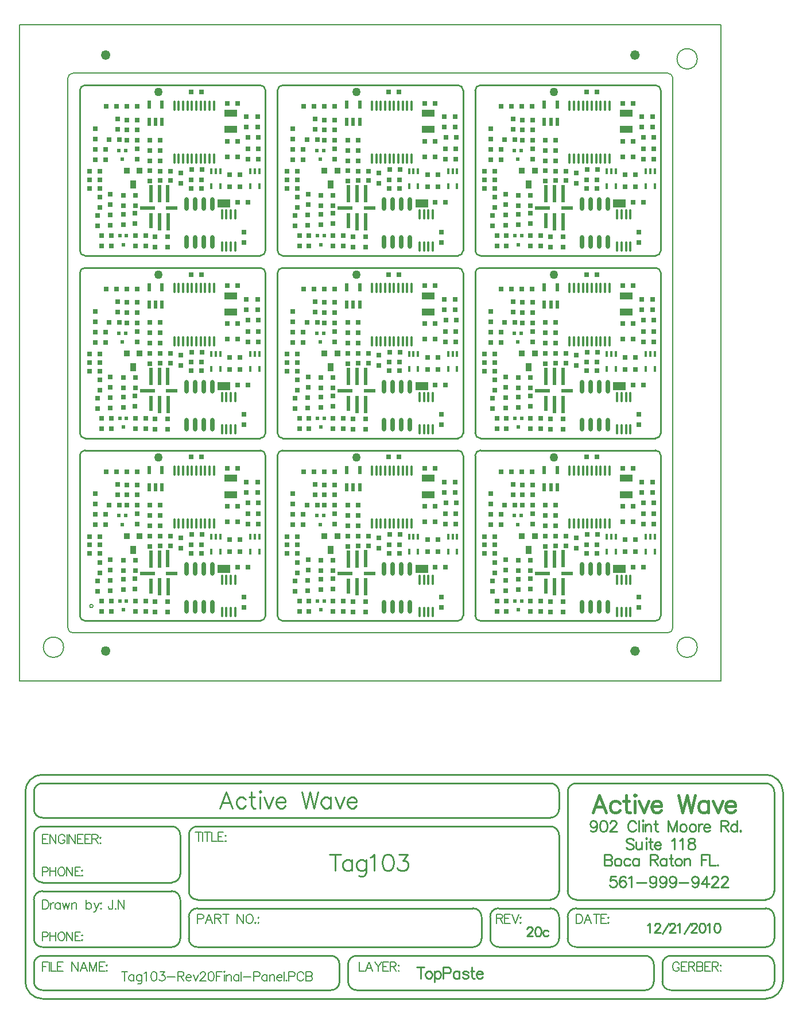
<source format=gtp>
%FSLAX24Y24*%
%MOIN*%
G70*
G01*
G75*
G04 Layer_Color=8421504*
%ADD10C,0.0500*%
%ADD11C,0.0100*%
%ADD12C,0.0150*%
%ADD13R,0.0300X0.0300*%
%ADD14R,0.0740X0.0450*%
%ADD15R,0.0300X0.0300*%
%ADD16O,0.0240X0.0800*%
%ADD17R,0.0360X0.0500*%
%ADD18R,0.0360X0.0360*%
%ADD19R,0.0236X0.1000*%
%ADD20R,0.0236X0.0900*%
%ADD21R,0.0700X0.0236*%
%ADD22R,0.0900X0.0236*%
%ADD23O,0.0160X0.0600*%
%ADD24R,0.0138X0.0354*%
%ADD25R,0.0138X0.0354*%
%ADD26R,0.0236X0.0236*%
%ADD27O,0.0160X0.0600*%
%ADD28R,0.0200X0.0500*%
%ADD29R,0.0748X0.0433*%
%ADD30C,0.0120*%
%ADD31C,0.0080*%
%ADD32C,0.0250*%
%ADD33C,0.0200*%
%ADD34C,0.0120*%
%ADD35C,0.0160*%
%ADD36C,0.0140*%
%ADD37C,0.0260*%
%ADD38C,0.0060*%
%ADD39C,0.0050*%
%ADD40C,0.0090*%
%ADD41C,0.1180*%
%ADD42C,0.0700*%
%ADD43R,0.0500X0.0500*%
%ADD44R,0.0394X0.0433*%
%ADD45C,0.0650*%
%ADD46C,0.0200*%
%ADD47R,0.1398X0.1398*%
%ADD48R,0.2000X0.1000*%
%ADD49R,0.1600X0.1800*%
%ADD50C,0.0300*%
%ADD51R,0.0650X0.0650*%
%ADD52C,0.0098*%
D10*
X830Y31960D02*
D03*
X31570D02*
D03*
Y-2610D02*
D03*
X830D02*
D03*
X3910Y8630D02*
D03*
X15390D02*
D03*
X26870D02*
D03*
X3910Y19220D02*
D03*
X15390D02*
D03*
X26870D02*
D03*
X3910Y29810D02*
D03*
X15390D02*
D03*
X26870D02*
D03*
D11*
X19113Y-20960D02*
Y-21600D01*
X18900Y-20960D02*
X19327D01*
X19555Y-21173D02*
X19494Y-21204D01*
X19433Y-21265D01*
X19403Y-21356D01*
Y-21417D01*
X19433Y-21509D01*
X19494Y-21570D01*
X19555Y-21600D01*
X19647D01*
X19707Y-21570D01*
X19768Y-21509D01*
X19799Y-21417D01*
Y-21356D01*
X19768Y-21265D01*
X19707Y-21204D01*
X19647Y-21173D01*
X19555D01*
X19939D02*
Y-21813D01*
Y-21265D02*
X20000Y-21204D01*
X20061Y-21173D01*
X20152D01*
X20213Y-21204D01*
X20274Y-21265D01*
X20305Y-21356D01*
Y-21417D01*
X20274Y-21509D01*
X20213Y-21570D01*
X20152Y-21600D01*
X20061D01*
X20000Y-21570D01*
X19939Y-21509D01*
X20442Y-21295D02*
X20716D01*
X20807Y-21265D01*
X20838Y-21234D01*
X20868Y-21173D01*
Y-21082D01*
X20838Y-21021D01*
X20807Y-20991D01*
X20716Y-20960D01*
X20442D01*
Y-21600D01*
X21377Y-21173D02*
Y-21600D01*
Y-21265D02*
X21316Y-21204D01*
X21255Y-21173D01*
X21164D01*
X21103Y-21204D01*
X21042Y-21265D01*
X21012Y-21356D01*
Y-21417D01*
X21042Y-21509D01*
X21103Y-21570D01*
X21164Y-21600D01*
X21255D01*
X21316Y-21570D01*
X21377Y-21509D01*
X21883Y-21265D02*
X21853Y-21204D01*
X21761Y-21173D01*
X21670D01*
X21578Y-21204D01*
X21548Y-21265D01*
X21578Y-21326D01*
X21639Y-21356D01*
X21792Y-21387D01*
X21853Y-21417D01*
X21883Y-21478D01*
Y-21509D01*
X21853Y-21570D01*
X21761Y-21600D01*
X21670D01*
X21578Y-21570D01*
X21548Y-21509D01*
X22108Y-20960D02*
Y-21478D01*
X22139Y-21570D01*
X22200Y-21600D01*
X22261D01*
X22017Y-21173D02*
X22230D01*
X22352Y-21356D02*
X22718D01*
Y-21295D01*
X22687Y-21234D01*
X22657Y-21204D01*
X22596Y-21173D01*
X22505D01*
X22444Y-21204D01*
X22383Y-21265D01*
X22352Y-21356D01*
Y-21417D01*
X22383Y-21509D01*
X22444Y-21570D01*
X22505Y-21600D01*
X22596D01*
X22657Y-21570D01*
X22718Y-21509D01*
X-370Y9030D02*
G03*
X-670Y8730I0J-300D01*
G01*
X10110D02*
G03*
X9810Y9030I-300J0D01*
G01*
Y-860D02*
G03*
X10110Y-560I0J300D01*
G01*
X-670D02*
G03*
X-370Y-860I300J0D01*
G01*
X-670Y-560D02*
Y8730D01*
X-370Y9030D02*
X9810D01*
X10110Y-560D02*
Y8730D01*
X-370Y-860D02*
X9810D01*
X11110Y9030D02*
G03*
X10810Y8730I0J-300D01*
G01*
X21590D02*
G03*
X21290Y9030I-300J0D01*
G01*
Y-860D02*
G03*
X21590Y-560I0J300D01*
G01*
X10810D02*
G03*
X11110Y-860I300J0D01*
G01*
X10810Y-560D02*
Y8730D01*
X11110Y9030D02*
X21290D01*
X21590Y-560D02*
Y8730D01*
X11110Y-860D02*
X21290D01*
X22590Y9030D02*
G03*
X22290Y8730I0J-300D01*
G01*
X33070D02*
G03*
X32770Y9030I-300J0D01*
G01*
Y-860D02*
G03*
X33070Y-560I0J300D01*
G01*
X22290D02*
G03*
X22590Y-860I300J0D01*
G01*
X22290Y-560D02*
Y8730D01*
X22590Y9030D02*
X32770D01*
X33070Y-560D02*
Y8730D01*
X22590Y-860D02*
X32770D01*
X-370Y19620D02*
G03*
X-670Y19320I0J-300D01*
G01*
X10110D02*
G03*
X9810Y19620I-300J0D01*
G01*
Y9730D02*
G03*
X10110Y10030I0J300D01*
G01*
X-670D02*
G03*
X-370Y9730I300J0D01*
G01*
X-670Y10030D02*
Y19320D01*
X-370Y19620D02*
X9810D01*
X10110Y10030D02*
Y19320D01*
X-370Y9730D02*
X9810D01*
X11110Y19620D02*
G03*
X10810Y19320I0J-300D01*
G01*
X21590D02*
G03*
X21290Y19620I-300J0D01*
G01*
Y9730D02*
G03*
X21590Y10030I0J300D01*
G01*
X10810D02*
G03*
X11110Y9730I300J0D01*
G01*
X10810Y10030D02*
Y19320D01*
X11110Y19620D02*
X21290D01*
X21590Y10030D02*
Y19320D01*
X11110Y9730D02*
X21290D01*
X22590Y19620D02*
G03*
X22290Y19320I0J-300D01*
G01*
X33070D02*
G03*
X32770Y19620I-300J0D01*
G01*
Y9730D02*
G03*
X33070Y10030I0J300D01*
G01*
X22290D02*
G03*
X22590Y9730I300J0D01*
G01*
X22290Y10030D02*
Y19320D01*
X22590Y19620D02*
X32770D01*
X33070Y10030D02*
Y19320D01*
X22590Y9730D02*
X32770D01*
X-370Y30210D02*
G03*
X-670Y29910I0J-300D01*
G01*
X10110D02*
G03*
X9810Y30210I-300J0D01*
G01*
Y20320D02*
G03*
X10110Y20620I0J300D01*
G01*
X-670D02*
G03*
X-370Y20320I300J0D01*
G01*
X-670Y20620D02*
Y29910D01*
X-370Y30210D02*
X9810D01*
X10110Y20620D02*
Y29910D01*
X-370Y20320D02*
X9810D01*
X11110Y30210D02*
G03*
X10810Y29910I0J-300D01*
G01*
X21590D02*
G03*
X21290Y30210I-300J0D01*
G01*
Y20320D02*
G03*
X21590Y20620I0J300D01*
G01*
X10810D02*
G03*
X11110Y20320I300J0D01*
G01*
X10810Y20620D02*
Y29910D01*
X11110Y30210D02*
X21290D01*
X21590Y20620D02*
Y29910D01*
X11110Y20320D02*
X21290D01*
X22590Y30210D02*
G03*
X22290Y29910I0J-300D01*
G01*
X33070D02*
G03*
X32770Y30210I-300J0D01*
G01*
Y20320D02*
G03*
X33070Y20620I0J300D01*
G01*
X22290D02*
G03*
X22590Y20320I300J0D01*
G01*
X22290Y20620D02*
Y29910D01*
X22590Y30210D02*
X32770D01*
X33070Y20620D02*
Y29910D01*
X22590Y20320D02*
X32770D01*
X39659Y-18022D02*
G03*
X39169Y-17532I-490J0D01*
G01*
X28159D02*
G03*
X27659Y-18032I0J-500D01*
G01*
X39159Y-17032D02*
G03*
X39659Y-16532I0J500D01*
G01*
X27659D02*
G03*
X28159Y-17032I500J0D01*
G01*
X-2841Y-9782D02*
G03*
X-3841Y-10782I0J-1000D01*
G01*
Y-21772D02*
G03*
X-2848Y-22782I1010J0D01*
G01*
X39159Y-22782D02*
G03*
X40159Y-21782I0J1000D01*
G01*
Y-10782D02*
G03*
X39159Y-9782I-1000J0D01*
G01*
X39659Y-10772D02*
G03*
X39152Y-10282I-490J0D01*
G01*
X39159Y-19782D02*
G03*
X39659Y-19282I0J500D01*
G01*
X39659Y-20773D02*
G03*
X39159Y-20282I-500J-9D01*
G01*
Y-22282D02*
G03*
X39659Y-21782I0J500D01*
G01*
X26659Y-19782D02*
G03*
X27159Y-19282I0J500D01*
G01*
X27659Y-19292D02*
G03*
X28158Y-19782I490J0D01*
G01*
X27159Y-18022D02*
G03*
X26669Y-17532I-490J0D01*
G01*
X-3341Y-21782D02*
G03*
X-2850Y-22282I500J0D01*
G01*
X26668Y-17032D02*
G03*
X27159Y-16532I-9J500D01*
G01*
X-2841Y-20282D02*
G03*
X-3341Y-20782I0J-500D01*
G01*
X27159Y-13282D02*
G03*
X26659Y-12782I-500J0D01*
G01*
Y-12282D02*
G03*
X27159Y-11782I0J500D01*
G01*
X28159Y-10282D02*
G03*
X27659Y-10782I0J-500D01*
G01*
X27159D02*
G03*
X26659Y-10282I-500J0D01*
G01*
X-2841D02*
G03*
X-3341Y-10782I0J-500D01*
G01*
Y-11782D02*
G03*
X-2841Y-12282I500J0D01*
G01*
Y-12782D02*
G03*
X-3341Y-13282I0J-500D01*
G01*
Y-15532D02*
G03*
X-2841Y-16032I500J0D01*
G01*
Y-16532D02*
G03*
X-3341Y-17032I0J-500D01*
G01*
Y-19282D02*
G03*
X-2850Y-19782I500J0D01*
G01*
X6159Y-12782D02*
G03*
X5659Y-13282I0J-500D01*
G01*
X6159Y-17532D02*
G03*
X5659Y-18032I0J-500D01*
G01*
X23639Y-17532D02*
G03*
X23160Y-18037I0J-480D01*
G01*
X23159Y-19272D02*
G03*
X23660Y-19782I510J0D01*
G01*
X22169Y-19782D02*
G03*
X22659Y-19283I0J490D01*
G01*
X22659Y-18022D02*
G03*
X22169Y-17532I-490J0D01*
G01*
X4669Y-19782D02*
G03*
X5159Y-19292I0J490D01*
G01*
X5659D02*
G03*
X6149Y-19782I490J0D01*
G01*
X5659Y-16542D02*
G03*
X6149Y-17032I490J0D01*
G01*
X5159Y-17022D02*
G03*
X4652Y-16532I-490J0D01*
G01*
X4679Y-16032D02*
G03*
X5159Y-15552I0J480D01*
G01*
Y-13272D02*
G03*
X4669Y-12782I-490J0D01*
G01*
X33659Y-20282D02*
G03*
X33159Y-20782I0J-500D01*
G01*
Y-21792D02*
G03*
X33658Y-22282I490J0D01*
G01*
X32171Y-22282D02*
G03*
X32659Y-21785I8J480D01*
G01*
X32659Y-20782D02*
G03*
X32159Y-20282I-500J0D01*
G01*
X14909Y-21782D02*
G03*
X15400Y-22282I500J0D01*
G01*
X15409Y-20282D02*
G03*
X14909Y-20782I0J-500D01*
G01*
X13921Y-22282D02*
G03*
X14409Y-21785I8J480D01*
G01*
X14409Y-20782D02*
G03*
X13909Y-20282I-500J0D01*
G01*
X39659Y-19282D02*
Y-18022D01*
X27659Y-19282D02*
Y-18032D01*
X39659Y-16532D02*
Y-10782D01*
X27659Y-16532D02*
Y-10782D01*
X-3841Y-21782D02*
Y-10782D01*
X-3341Y-21782D02*
Y-20782D01*
X39659Y-21782D02*
Y-20782D01*
X27159Y-19282D02*
Y-18032D01*
X23159Y-19282D02*
Y-18032D01*
X5659Y-19282D02*
Y-18032D01*
X22659Y-19282D02*
Y-18032D01*
X5659Y-16532D02*
Y-13282D01*
X27159Y-16532D02*
Y-13282D01*
Y-11782D02*
Y-10782D01*
X-3341Y-11782D02*
Y-10782D01*
X5159Y-15532D02*
Y-13282D01*
X-3341Y-15532D02*
Y-13282D01*
X5159Y-19282D02*
Y-17032D01*
X-3341Y-19282D02*
Y-17032D01*
X40159Y-21782D02*
Y-10782D01*
X33159Y-21782D02*
Y-20782D01*
X32659Y-21782D02*
Y-20782D01*
X14909Y-21782D02*
Y-20782D01*
X14409Y-21782D02*
Y-20782D01*
X28159Y-17532D02*
X39159D01*
X28159Y-17032D02*
X39159D01*
X6159D02*
X26659D01*
X28159Y-10282D02*
X39159D01*
X28159Y-19782D02*
X39159D01*
X23659Y-17532D02*
X26659D01*
X23659Y-19782D02*
X26659D01*
X6159D02*
X22159D01*
X6159Y-17532D02*
X22159D01*
X6159Y-12782D02*
X26659D01*
X-2841Y-12282D02*
X26659D01*
X-2841Y-12782D02*
X4659D01*
X-2841Y-16032D02*
X4659D01*
X-2841Y-16532D02*
X4659D01*
X-2841Y-19782D02*
X4659D01*
X-2841Y-9782D02*
X39159D01*
X-2841Y-22782D02*
X39159D01*
X-2841Y-10282D02*
X26659D01*
X33659Y-20282D02*
X39159D01*
X33659Y-22282D02*
X39159D01*
X15409Y-20282D02*
X32159D01*
X-2841D02*
X13909D01*
X-2841Y-22282D02*
X13909D01*
X15409D02*
X32159D01*
X31487Y-13572D02*
X31426Y-13511D01*
X31334Y-13480D01*
X31212D01*
X31121Y-13511D01*
X31060Y-13572D01*
Y-13632D01*
X31090Y-13693D01*
X31121Y-13724D01*
X31182Y-13754D01*
X31365Y-13815D01*
X31426Y-13846D01*
X31456Y-13876D01*
X31487Y-13937D01*
Y-14029D01*
X31426Y-14090D01*
X31334Y-14120D01*
X31212D01*
X31121Y-14090D01*
X31060Y-14029D01*
X31630Y-13693D02*
Y-13998D01*
X31660Y-14090D01*
X31721Y-14120D01*
X31813D01*
X31874Y-14090D01*
X31965Y-13998D01*
Y-13693D02*
Y-14120D01*
X32193Y-13480D02*
X32224Y-13511D01*
X32254Y-13480D01*
X32224Y-13450D01*
X32193Y-13480D01*
X32224Y-13693D02*
Y-14120D01*
X32459Y-13480D02*
Y-13998D01*
X32489Y-14090D01*
X32550Y-14120D01*
X32611D01*
X32367Y-13693D02*
X32580D01*
X32702Y-13876D02*
X33068D01*
Y-13815D01*
X33037Y-13754D01*
X33007Y-13724D01*
X32946Y-13693D01*
X32855D01*
X32794Y-13724D01*
X32733Y-13785D01*
X32702Y-13876D01*
Y-13937D01*
X32733Y-14029D01*
X32794Y-14090D01*
X32855Y-14120D01*
X32946D01*
X33007Y-14090D01*
X33068Y-14029D01*
X33708Y-13602D02*
X33769Y-13572D01*
X33860Y-13480D01*
Y-14120D01*
X34177Y-13602D02*
X34238Y-13572D01*
X34329Y-13480D01*
Y-14120D01*
X34799Y-13480D02*
X34707Y-13511D01*
X34677Y-13572D01*
Y-13632D01*
X34707Y-13693D01*
X34768Y-13724D01*
X34890Y-13754D01*
X34981Y-13785D01*
X35042Y-13846D01*
X35073Y-13907D01*
Y-13998D01*
X35042Y-14059D01*
X35012Y-14090D01*
X34920Y-14120D01*
X34799D01*
X34707Y-14090D01*
X34677Y-14059D01*
X34646Y-13998D01*
Y-13907D01*
X34677Y-13846D01*
X34738Y-13785D01*
X34829Y-13754D01*
X34951Y-13724D01*
X35012Y-13693D01*
X35042Y-13632D01*
Y-13572D01*
X35012Y-13511D01*
X34920Y-13480D01*
X34799D01*
X30466Y-15670D02*
X30161D01*
X30130Y-15944D01*
X30161Y-15914D01*
X30252Y-15883D01*
X30344D01*
X30435Y-15914D01*
X30496Y-15975D01*
X30527Y-16066D01*
Y-16127D01*
X30496Y-16219D01*
X30435Y-16280D01*
X30344Y-16310D01*
X30252D01*
X30161Y-16280D01*
X30130Y-16249D01*
X30100Y-16188D01*
X31035Y-15762D02*
X31005Y-15701D01*
X30914Y-15670D01*
X30853D01*
X30761Y-15701D01*
X30700Y-15792D01*
X30670Y-15944D01*
Y-16097D01*
X30700Y-16219D01*
X30761Y-16280D01*
X30853Y-16310D01*
X30883D01*
X30974Y-16280D01*
X31035Y-16219D01*
X31066Y-16127D01*
Y-16097D01*
X31035Y-16005D01*
X30974Y-15944D01*
X30883Y-15914D01*
X30853D01*
X30761Y-15944D01*
X30700Y-16005D01*
X30670Y-16097D01*
X31206Y-15792D02*
X31267Y-15762D01*
X31358Y-15670D01*
Y-16310D01*
X31675Y-16036D02*
X32224D01*
X32809Y-15883D02*
X32778Y-15975D01*
X32717Y-16036D01*
X32626Y-16066D01*
X32595D01*
X32504Y-16036D01*
X32443Y-15975D01*
X32413Y-15883D01*
Y-15853D01*
X32443Y-15762D01*
X32504Y-15701D01*
X32595Y-15670D01*
X32626D01*
X32717Y-15701D01*
X32778Y-15762D01*
X32809Y-15883D01*
Y-16036D01*
X32778Y-16188D01*
X32717Y-16280D01*
X32626Y-16310D01*
X32565D01*
X32474Y-16280D01*
X32443Y-16219D01*
X33379Y-15883D02*
X33348Y-15975D01*
X33287Y-16036D01*
X33196Y-16066D01*
X33165D01*
X33074Y-16036D01*
X33013Y-15975D01*
X32982Y-15883D01*
Y-15853D01*
X33013Y-15762D01*
X33074Y-15701D01*
X33165Y-15670D01*
X33196D01*
X33287Y-15701D01*
X33348Y-15762D01*
X33379Y-15883D01*
Y-16036D01*
X33348Y-16188D01*
X33287Y-16280D01*
X33196Y-16310D01*
X33135D01*
X33043Y-16280D01*
X33013Y-16219D01*
X33948Y-15883D02*
X33918Y-15975D01*
X33857Y-16036D01*
X33765Y-16066D01*
X33735D01*
X33644Y-16036D01*
X33583Y-15975D01*
X33552Y-15883D01*
Y-15853D01*
X33583Y-15762D01*
X33644Y-15701D01*
X33735Y-15670D01*
X33765D01*
X33857Y-15701D01*
X33918Y-15762D01*
X33948Y-15883D01*
Y-16036D01*
X33918Y-16188D01*
X33857Y-16280D01*
X33765Y-16310D01*
X33705D01*
X33613Y-16280D01*
X33583Y-16219D01*
X34122Y-16036D02*
X34670D01*
X35255Y-15883D02*
X35225Y-15975D01*
X35164Y-16036D01*
X35073Y-16066D01*
X35042D01*
X34951Y-16036D01*
X34890Y-15975D01*
X34859Y-15883D01*
Y-15853D01*
X34890Y-15762D01*
X34951Y-15701D01*
X35042Y-15670D01*
X35073D01*
X35164Y-15701D01*
X35225Y-15762D01*
X35255Y-15883D01*
Y-16036D01*
X35225Y-16188D01*
X35164Y-16280D01*
X35073Y-16310D01*
X35012D01*
X34920Y-16280D01*
X34890Y-16219D01*
X35734Y-15670D02*
X35429Y-16097D01*
X35886D01*
X35734Y-15670D02*
Y-16310D01*
X36029Y-15822D02*
Y-15792D01*
X36060Y-15731D01*
X36090Y-15701D01*
X36151Y-15670D01*
X36273D01*
X36334Y-15701D01*
X36365Y-15731D01*
X36395Y-15792D01*
Y-15853D01*
X36365Y-15914D01*
X36304Y-16005D01*
X35999Y-16310D01*
X36425D01*
X36599Y-15822D02*
Y-15792D01*
X36630Y-15731D01*
X36660Y-15701D01*
X36721Y-15670D01*
X36843D01*
X36904Y-15701D01*
X36934Y-15731D01*
X36965Y-15792D01*
Y-15853D01*
X36934Y-15914D01*
X36873Y-16005D01*
X36569Y-16310D01*
X36995D01*
X29346Y-12663D02*
X29316Y-12755D01*
X29255Y-12816D01*
X29163Y-12846D01*
X29133D01*
X29041Y-12816D01*
X28980Y-12755D01*
X28950Y-12663D01*
Y-12633D01*
X28980Y-12542D01*
X29041Y-12481D01*
X29133Y-12450D01*
X29163D01*
X29255Y-12481D01*
X29316Y-12542D01*
X29346Y-12663D01*
Y-12816D01*
X29316Y-12968D01*
X29255Y-13060D01*
X29163Y-13090D01*
X29102D01*
X29011Y-13060D01*
X28980Y-12999D01*
X29703Y-12450D02*
X29611Y-12481D01*
X29550Y-12572D01*
X29520Y-12724D01*
Y-12816D01*
X29550Y-12968D01*
X29611Y-13060D01*
X29703Y-13090D01*
X29764D01*
X29855Y-13060D01*
X29916Y-12968D01*
X29946Y-12816D01*
Y-12724D01*
X29916Y-12572D01*
X29855Y-12481D01*
X29764Y-12450D01*
X29703D01*
X30120Y-12602D02*
Y-12572D01*
X30150Y-12511D01*
X30181Y-12481D01*
X30242Y-12450D01*
X30364D01*
X30425Y-12481D01*
X30455Y-12511D01*
X30486Y-12572D01*
Y-12633D01*
X30455Y-12694D01*
X30394Y-12785D01*
X30090Y-13090D01*
X30516D01*
X31619Y-12602D02*
X31589Y-12542D01*
X31528Y-12481D01*
X31467Y-12450D01*
X31345D01*
X31284Y-12481D01*
X31223Y-12542D01*
X31193Y-12602D01*
X31162Y-12694D01*
Y-12846D01*
X31193Y-12938D01*
X31223Y-12999D01*
X31284Y-13060D01*
X31345Y-13090D01*
X31467D01*
X31528Y-13060D01*
X31589Y-12999D01*
X31619Y-12938D01*
X31799Y-12450D02*
Y-13090D01*
X31994Y-12450D02*
X32024Y-12481D01*
X32055Y-12450D01*
X32024Y-12420D01*
X31994Y-12450D01*
X32024Y-12663D02*
Y-13090D01*
X32168Y-12663D02*
Y-13090D01*
Y-12785D02*
X32259Y-12694D01*
X32320Y-12663D01*
X32411D01*
X32472Y-12694D01*
X32503Y-12785D01*
Y-13090D01*
X32762Y-12450D02*
Y-12968D01*
X32792Y-13060D01*
X32853Y-13090D01*
X32914D01*
X32670Y-12663D02*
X32884D01*
X33508Y-12450D02*
Y-13090D01*
Y-12450D02*
X33752Y-13090D01*
X33996Y-12450D02*
X33752Y-13090D01*
X33996Y-12450D02*
Y-13090D01*
X34331Y-12663D02*
X34270Y-12694D01*
X34209Y-12755D01*
X34179Y-12846D01*
Y-12907D01*
X34209Y-12999D01*
X34270Y-13060D01*
X34331Y-13090D01*
X34422D01*
X34483Y-13060D01*
X34544Y-12999D01*
X34575Y-12907D01*
Y-12846D01*
X34544Y-12755D01*
X34483Y-12694D01*
X34422Y-12663D01*
X34331D01*
X34867D02*
X34806Y-12694D01*
X34745Y-12755D01*
X34715Y-12846D01*
Y-12907D01*
X34745Y-12999D01*
X34806Y-13060D01*
X34867Y-13090D01*
X34959D01*
X35020Y-13060D01*
X35080Y-12999D01*
X35111Y-12907D01*
Y-12846D01*
X35080Y-12755D01*
X35020Y-12694D01*
X34959Y-12663D01*
X34867D01*
X35251D02*
Y-13090D01*
Y-12846D02*
X35282Y-12755D01*
X35343Y-12694D01*
X35403Y-12663D01*
X35495D01*
X35553Y-12846D02*
X35918D01*
Y-12785D01*
X35888Y-12724D01*
X35857Y-12694D01*
X35797Y-12663D01*
X35705D01*
X35644Y-12694D01*
X35583Y-12755D01*
X35553Y-12846D01*
Y-12907D01*
X35583Y-12999D01*
X35644Y-13060D01*
X35705Y-13090D01*
X35797D01*
X35857Y-13060D01*
X35918Y-12999D01*
X36558Y-12450D02*
Y-13090D01*
Y-12450D02*
X36832D01*
X36924Y-12481D01*
X36954Y-12511D01*
X36985Y-12572D01*
Y-12633D01*
X36954Y-12694D01*
X36924Y-12724D01*
X36832Y-12755D01*
X36558D01*
X36772D02*
X36985Y-13090D01*
X37494Y-12450D02*
Y-13090D01*
Y-12755D02*
X37433Y-12694D01*
X37372Y-12663D01*
X37280D01*
X37219Y-12694D01*
X37159Y-12755D01*
X37128Y-12846D01*
Y-12907D01*
X37159Y-12999D01*
X37219Y-13060D01*
X37280Y-13090D01*
X37372D01*
X37433Y-13060D01*
X37494Y-12999D01*
X37695Y-13029D02*
X37664Y-13060D01*
X37695Y-13090D01*
X37725Y-13060D01*
X37695Y-13029D01*
X29810Y-14420D02*
Y-15060D01*
Y-14420D02*
X30084D01*
X30176Y-14451D01*
X30206Y-14481D01*
X30237Y-14542D01*
Y-14603D01*
X30206Y-14664D01*
X30176Y-14694D01*
X30084Y-14725D01*
X29810D02*
X30084D01*
X30176Y-14755D01*
X30206Y-14786D01*
X30237Y-14847D01*
Y-14938D01*
X30206Y-14999D01*
X30176Y-15030D01*
X30084Y-15060D01*
X29810D01*
X30532Y-14633D02*
X30471Y-14664D01*
X30410Y-14725D01*
X30380Y-14816D01*
Y-14877D01*
X30410Y-14969D01*
X30471Y-15030D01*
X30532Y-15060D01*
X30624D01*
X30684Y-15030D01*
X30745Y-14969D01*
X30776Y-14877D01*
Y-14816D01*
X30745Y-14725D01*
X30684Y-14664D01*
X30624Y-14633D01*
X30532D01*
X31282Y-14725D02*
X31221Y-14664D01*
X31160Y-14633D01*
X31068D01*
X31007Y-14664D01*
X30947Y-14725D01*
X30916Y-14816D01*
Y-14877D01*
X30947Y-14969D01*
X31007Y-15030D01*
X31068Y-15060D01*
X31160D01*
X31221Y-15030D01*
X31282Y-14969D01*
X31784Y-14633D02*
Y-15060D01*
Y-14725D02*
X31723Y-14664D01*
X31663Y-14633D01*
X31571D01*
X31510Y-14664D01*
X31449Y-14725D01*
X31419Y-14816D01*
Y-14877D01*
X31449Y-14969D01*
X31510Y-15030D01*
X31571Y-15060D01*
X31663D01*
X31723Y-15030D01*
X31784Y-14969D01*
X32458Y-14420D02*
Y-15060D01*
Y-14420D02*
X32732D01*
X32823Y-14451D01*
X32854Y-14481D01*
X32884Y-14542D01*
Y-14603D01*
X32854Y-14664D01*
X32823Y-14694D01*
X32732Y-14725D01*
X32458D01*
X32671D02*
X32884Y-15060D01*
X33393Y-14633D02*
Y-15060D01*
Y-14725D02*
X33332Y-14664D01*
X33271Y-14633D01*
X33180D01*
X33119Y-14664D01*
X33058Y-14725D01*
X33028Y-14816D01*
Y-14877D01*
X33058Y-14969D01*
X33119Y-15030D01*
X33180Y-15060D01*
X33271D01*
X33332Y-15030D01*
X33393Y-14969D01*
X33655Y-14420D02*
Y-14938D01*
X33686Y-15030D01*
X33747Y-15060D01*
X33808D01*
X33564Y-14633D02*
X33777D01*
X34051D02*
X33990Y-14664D01*
X33930Y-14725D01*
X33899Y-14816D01*
Y-14877D01*
X33930Y-14969D01*
X33990Y-15030D01*
X34051Y-15060D01*
X34143D01*
X34204Y-15030D01*
X34265Y-14969D01*
X34295Y-14877D01*
Y-14816D01*
X34265Y-14725D01*
X34204Y-14664D01*
X34143Y-14633D01*
X34051D01*
X34435D02*
Y-15060D01*
Y-14755D02*
X34527Y-14664D01*
X34588Y-14633D01*
X34679D01*
X34740Y-14664D01*
X34770Y-14755D01*
Y-15060D01*
X35441Y-14420D02*
Y-15060D01*
Y-14420D02*
X35837D01*
X35441Y-14725D02*
X35685D01*
X35910Y-14420D02*
Y-15060D01*
X36276D01*
X36376Y-14999D02*
X36346Y-15030D01*
X36376Y-15060D01*
X36407Y-15030D01*
X36376Y-14999D01*
D12*
X29892Y-11980D02*
X29511Y-10980D01*
X29130Y-11980D01*
X29273Y-11647D02*
X29749D01*
X30696Y-11456D02*
X30601Y-11361D01*
X30506Y-11313D01*
X30363D01*
X30268Y-11361D01*
X30173Y-11456D01*
X30125Y-11599D01*
Y-11694D01*
X30173Y-11837D01*
X30268Y-11932D01*
X30363Y-11980D01*
X30506D01*
X30601Y-11932D01*
X30696Y-11837D01*
X31053Y-10980D02*
Y-11790D01*
X31101Y-11932D01*
X31196Y-11980D01*
X31291D01*
X30911Y-11313D02*
X31244D01*
X31529Y-10980D02*
X31577Y-11028D01*
X31625Y-10980D01*
X31577Y-10933D01*
X31529Y-10980D01*
X31577Y-11313D02*
Y-11980D01*
X31801Y-11313D02*
X32087Y-11980D01*
X32372Y-11313D02*
X32087Y-11980D01*
X32534Y-11599D02*
X33105D01*
Y-11504D01*
X33058Y-11409D01*
X33010Y-11361D01*
X32915Y-11313D01*
X32772D01*
X32677Y-11361D01*
X32582Y-11456D01*
X32534Y-11599D01*
Y-11694D01*
X32582Y-11837D01*
X32677Y-11932D01*
X32772Y-11980D01*
X32915D01*
X33010Y-11932D01*
X33105Y-11837D01*
X34105Y-10980D02*
X34343Y-11980D01*
X34581Y-10980D02*
X34343Y-11980D01*
X34581Y-10980D02*
X34819Y-11980D01*
X35057Y-10980D02*
X34819Y-11980D01*
X35829Y-11313D02*
Y-11980D01*
Y-11456D02*
X35733Y-11361D01*
X35638Y-11313D01*
X35495D01*
X35400Y-11361D01*
X35305Y-11456D01*
X35257Y-11599D01*
Y-11694D01*
X35305Y-11837D01*
X35400Y-11932D01*
X35495Y-11980D01*
X35638D01*
X35733Y-11932D01*
X35829Y-11837D01*
X36095Y-11313D02*
X36381Y-11980D01*
X36666Y-11313D02*
X36381Y-11980D01*
X36828Y-11599D02*
X37400D01*
Y-11504D01*
X37352Y-11409D01*
X37304Y-11361D01*
X37209Y-11313D01*
X37066D01*
X36971Y-11361D01*
X36876Y-11456D01*
X36828Y-11599D01*
Y-11694D01*
X36876Y-11837D01*
X36971Y-11932D01*
X37066Y-11980D01*
X37209D01*
X37304Y-11932D01*
X37400Y-11837D01*
D13*
X1150Y-300D02*
D03*
Y300D02*
D03*
X600D02*
D03*
Y-300D02*
D03*
X2550Y2050D02*
D03*
Y2650D02*
D03*
X8849Y520D02*
D03*
Y-80D02*
D03*
X350Y859D02*
D03*
Y1459D02*
D03*
X1530Y7060D02*
D03*
Y6460D02*
D03*
X230Y4710D02*
D03*
Y5310D02*
D03*
X480Y2530D02*
D03*
Y1930D02*
D03*
X9000Y7200D02*
D03*
Y6600D02*
D03*
X830Y5310D02*
D03*
X4444Y256D02*
D03*
Y-344D02*
D03*
X5200Y3350D02*
D03*
Y3950D02*
D03*
X3700Y256D02*
D03*
Y-344D02*
D03*
X1850Y940D02*
D03*
Y1540D02*
D03*
X2540Y1600D02*
D03*
Y1000D02*
D03*
X1850Y2650D02*
D03*
Y2050D02*
D03*
X1090Y1500D02*
D03*
Y900D02*
D03*
X3400Y5250D02*
D03*
Y4650D02*
D03*
X4000D02*
D03*
Y5250D02*
D03*
X2660Y5340D02*
D03*
Y4740D02*
D03*
X230Y5910D02*
D03*
Y6510D02*
D03*
X3400Y3470D02*
D03*
Y4070D02*
D03*
X9650Y7200D02*
D03*
Y6600D02*
D03*
X830Y4710D02*
D03*
X1100Y2100D02*
D03*
Y2700D02*
D03*
X12630Y-300D02*
D03*
Y300D02*
D03*
X12080D02*
D03*
Y-300D02*
D03*
X14030Y2050D02*
D03*
Y2650D02*
D03*
X20329Y520D02*
D03*
Y-80D02*
D03*
X11830Y859D02*
D03*
Y1459D02*
D03*
X13010Y7060D02*
D03*
Y6460D02*
D03*
X11710Y4710D02*
D03*
Y5310D02*
D03*
X11960Y2530D02*
D03*
Y1930D02*
D03*
X20480Y7200D02*
D03*
Y6600D02*
D03*
X12310Y5310D02*
D03*
X15924Y256D02*
D03*
Y-344D02*
D03*
X16680Y3350D02*
D03*
Y3950D02*
D03*
X15180Y256D02*
D03*
Y-344D02*
D03*
X13330Y940D02*
D03*
Y1540D02*
D03*
X14020Y1600D02*
D03*
Y1000D02*
D03*
X13330Y2650D02*
D03*
Y2050D02*
D03*
X12570Y1500D02*
D03*
Y900D02*
D03*
X14880Y5250D02*
D03*
Y4650D02*
D03*
X15480D02*
D03*
Y5250D02*
D03*
X14140Y5340D02*
D03*
Y4740D02*
D03*
X11710Y5910D02*
D03*
Y6510D02*
D03*
X14880Y3470D02*
D03*
Y4070D02*
D03*
X21130Y7200D02*
D03*
Y6600D02*
D03*
X12310Y4710D02*
D03*
X12580Y2100D02*
D03*
Y2700D02*
D03*
X24110Y-300D02*
D03*
Y300D02*
D03*
X23560D02*
D03*
Y-300D02*
D03*
X25510Y2050D02*
D03*
Y2650D02*
D03*
X31809Y520D02*
D03*
Y-80D02*
D03*
X23310Y859D02*
D03*
Y1459D02*
D03*
X24490Y7060D02*
D03*
Y6460D02*
D03*
X23190Y4710D02*
D03*
Y5310D02*
D03*
X23440Y2530D02*
D03*
Y1930D02*
D03*
X31960Y7200D02*
D03*
Y6600D02*
D03*
X23790Y5310D02*
D03*
X27404Y256D02*
D03*
Y-344D02*
D03*
X28160Y3350D02*
D03*
Y3950D02*
D03*
X26660Y256D02*
D03*
Y-344D02*
D03*
X24810Y940D02*
D03*
Y1540D02*
D03*
X25500Y1600D02*
D03*
Y1000D02*
D03*
X24810Y2650D02*
D03*
Y2050D02*
D03*
X24050Y1500D02*
D03*
Y900D02*
D03*
X26360Y5250D02*
D03*
Y4650D02*
D03*
X26960D02*
D03*
Y5250D02*
D03*
X25620Y5340D02*
D03*
Y4740D02*
D03*
X23190Y5910D02*
D03*
Y6510D02*
D03*
X26360Y3470D02*
D03*
Y4070D02*
D03*
X32610Y7200D02*
D03*
Y6600D02*
D03*
X23790Y4710D02*
D03*
X24060Y2100D02*
D03*
Y2700D02*
D03*
X1150Y10290D02*
D03*
Y10890D02*
D03*
X600D02*
D03*
Y10290D02*
D03*
X2550Y12640D02*
D03*
Y13240D02*
D03*
X8849Y11110D02*
D03*
Y10510D02*
D03*
X350Y11449D02*
D03*
Y12049D02*
D03*
X1530Y17650D02*
D03*
Y17050D02*
D03*
X230Y15300D02*
D03*
Y15900D02*
D03*
X480Y13120D02*
D03*
Y12520D02*
D03*
X9000Y17790D02*
D03*
Y17190D02*
D03*
X830Y15900D02*
D03*
X4444Y10846D02*
D03*
Y10246D02*
D03*
X5200Y13940D02*
D03*
Y14540D02*
D03*
X3700Y10846D02*
D03*
Y10246D02*
D03*
X1850Y11530D02*
D03*
Y12130D02*
D03*
X2540Y12190D02*
D03*
Y11590D02*
D03*
X1850Y13240D02*
D03*
Y12640D02*
D03*
X1090Y12090D02*
D03*
Y11490D02*
D03*
X3400Y15840D02*
D03*
Y15240D02*
D03*
X4000D02*
D03*
Y15840D02*
D03*
X2660Y15930D02*
D03*
Y15330D02*
D03*
X230Y16500D02*
D03*
Y17100D02*
D03*
X3400Y14060D02*
D03*
Y14660D02*
D03*
X9650Y17790D02*
D03*
Y17190D02*
D03*
X830Y15300D02*
D03*
X1100Y12690D02*
D03*
Y13290D02*
D03*
X12630Y10290D02*
D03*
Y10890D02*
D03*
X12080D02*
D03*
Y10290D02*
D03*
X14030Y12640D02*
D03*
Y13240D02*
D03*
X20329Y11110D02*
D03*
Y10510D02*
D03*
X11830Y11449D02*
D03*
Y12049D02*
D03*
X13010Y17650D02*
D03*
Y17050D02*
D03*
X11710Y15300D02*
D03*
Y15900D02*
D03*
X11960Y13120D02*
D03*
Y12520D02*
D03*
X20480Y17790D02*
D03*
Y17190D02*
D03*
X12310Y15900D02*
D03*
X15924Y10846D02*
D03*
Y10246D02*
D03*
X16680Y13940D02*
D03*
Y14540D02*
D03*
X15180Y10846D02*
D03*
Y10246D02*
D03*
X13330Y11530D02*
D03*
Y12130D02*
D03*
X14020Y12190D02*
D03*
Y11590D02*
D03*
X13330Y13240D02*
D03*
Y12640D02*
D03*
X12570Y12090D02*
D03*
Y11490D02*
D03*
X14880Y15840D02*
D03*
Y15240D02*
D03*
X15480D02*
D03*
Y15840D02*
D03*
X14140Y15930D02*
D03*
Y15330D02*
D03*
X11710Y16500D02*
D03*
Y17100D02*
D03*
X14880Y14060D02*
D03*
Y14660D02*
D03*
X21130Y17790D02*
D03*
Y17190D02*
D03*
X12310Y15300D02*
D03*
X12580Y12690D02*
D03*
Y13290D02*
D03*
X24110Y10290D02*
D03*
Y10890D02*
D03*
X23560D02*
D03*
Y10290D02*
D03*
X25510Y12640D02*
D03*
Y13240D02*
D03*
X31809Y11110D02*
D03*
Y10510D02*
D03*
X23310Y11449D02*
D03*
Y12049D02*
D03*
X24490Y17650D02*
D03*
Y17050D02*
D03*
X23190Y15300D02*
D03*
Y15900D02*
D03*
X23440Y13120D02*
D03*
Y12520D02*
D03*
X31960Y17790D02*
D03*
Y17190D02*
D03*
X23790Y15900D02*
D03*
X27404Y10846D02*
D03*
Y10246D02*
D03*
X28160Y13940D02*
D03*
Y14540D02*
D03*
X26660Y10846D02*
D03*
Y10246D02*
D03*
X24810Y11530D02*
D03*
Y12130D02*
D03*
X25500Y12190D02*
D03*
Y11590D02*
D03*
X24810Y13240D02*
D03*
Y12640D02*
D03*
X24050Y12090D02*
D03*
Y11490D02*
D03*
X26360Y15840D02*
D03*
Y15240D02*
D03*
X26960D02*
D03*
Y15840D02*
D03*
X25620Y15930D02*
D03*
Y15330D02*
D03*
X23190Y16500D02*
D03*
Y17100D02*
D03*
X26360Y14060D02*
D03*
Y14660D02*
D03*
X32610Y17790D02*
D03*
Y17190D02*
D03*
X23790Y15300D02*
D03*
X24060Y12690D02*
D03*
Y13290D02*
D03*
X1150Y20880D02*
D03*
Y21480D02*
D03*
X600D02*
D03*
Y20880D02*
D03*
X2550Y23230D02*
D03*
Y23830D02*
D03*
X8849Y21700D02*
D03*
Y21100D02*
D03*
X350Y22039D02*
D03*
Y22639D02*
D03*
X1530Y28240D02*
D03*
Y27640D02*
D03*
X230Y25890D02*
D03*
Y26490D02*
D03*
X480Y23710D02*
D03*
Y23110D02*
D03*
X9000Y28380D02*
D03*
Y27780D02*
D03*
X830Y26490D02*
D03*
X4444Y21436D02*
D03*
Y20836D02*
D03*
X5200Y24530D02*
D03*
Y25130D02*
D03*
X3700Y21436D02*
D03*
Y20836D02*
D03*
X1850Y22120D02*
D03*
Y22720D02*
D03*
X2540Y22780D02*
D03*
Y22180D02*
D03*
X1850Y23830D02*
D03*
Y23230D02*
D03*
X1090Y22680D02*
D03*
Y22080D02*
D03*
X3400Y26430D02*
D03*
Y25830D02*
D03*
X4000D02*
D03*
Y26430D02*
D03*
X2660Y26520D02*
D03*
Y25920D02*
D03*
X230Y27090D02*
D03*
Y27690D02*
D03*
X3400Y24650D02*
D03*
Y25250D02*
D03*
X9650Y28380D02*
D03*
Y27780D02*
D03*
X830Y25890D02*
D03*
X1100Y23280D02*
D03*
Y23880D02*
D03*
X12630Y20880D02*
D03*
Y21480D02*
D03*
X12080D02*
D03*
Y20880D02*
D03*
X14030Y23230D02*
D03*
Y23830D02*
D03*
X20329Y21700D02*
D03*
Y21100D02*
D03*
X11830Y22039D02*
D03*
Y22639D02*
D03*
X13010Y28240D02*
D03*
Y27640D02*
D03*
X11710Y25890D02*
D03*
Y26490D02*
D03*
X11960Y23710D02*
D03*
Y23110D02*
D03*
X20480Y28380D02*
D03*
Y27780D02*
D03*
X12310Y26490D02*
D03*
X15924Y21436D02*
D03*
Y20836D02*
D03*
X16680Y24530D02*
D03*
Y25130D02*
D03*
X15180Y21436D02*
D03*
Y20836D02*
D03*
X13330Y22120D02*
D03*
Y22720D02*
D03*
X14020Y22780D02*
D03*
Y22180D02*
D03*
X13330Y23830D02*
D03*
Y23230D02*
D03*
X12570Y22680D02*
D03*
Y22080D02*
D03*
X14880Y26430D02*
D03*
Y25830D02*
D03*
X15480D02*
D03*
Y26430D02*
D03*
X14140Y26520D02*
D03*
Y25920D02*
D03*
X11710Y27090D02*
D03*
Y27690D02*
D03*
X14880Y24650D02*
D03*
Y25250D02*
D03*
X21130Y28380D02*
D03*
Y27780D02*
D03*
X12310Y25890D02*
D03*
X12580Y23280D02*
D03*
Y23880D02*
D03*
X24110Y20880D02*
D03*
Y21480D02*
D03*
X23560D02*
D03*
Y20880D02*
D03*
X25510Y23230D02*
D03*
Y23830D02*
D03*
X31809Y21700D02*
D03*
Y21100D02*
D03*
X23310Y22039D02*
D03*
Y22639D02*
D03*
X24490Y28240D02*
D03*
Y27640D02*
D03*
X23190Y25890D02*
D03*
Y26490D02*
D03*
X23440Y23710D02*
D03*
Y23110D02*
D03*
X31960Y28380D02*
D03*
Y27780D02*
D03*
X23790Y26490D02*
D03*
X27404Y21436D02*
D03*
Y20836D02*
D03*
X28160Y24530D02*
D03*
Y25130D02*
D03*
X26660Y21436D02*
D03*
Y20836D02*
D03*
X24810Y22120D02*
D03*
Y22720D02*
D03*
X25500Y22780D02*
D03*
Y22180D02*
D03*
X24810Y23830D02*
D03*
Y23230D02*
D03*
X24050Y22680D02*
D03*
Y22080D02*
D03*
X26360Y26430D02*
D03*
Y25830D02*
D03*
X26960D02*
D03*
Y26430D02*
D03*
X25620Y26520D02*
D03*
Y25920D02*
D03*
X23190Y27090D02*
D03*
Y27690D02*
D03*
X26360Y24650D02*
D03*
Y25250D02*
D03*
X32610Y28380D02*
D03*
Y27780D02*
D03*
X23790Y25890D02*
D03*
X24060Y23280D02*
D03*
Y23880D02*
D03*
D14*
X7700Y2170D02*
D03*
X19180D02*
D03*
X30660D02*
D03*
X7700Y12760D02*
D03*
X19180D02*
D03*
X30660D02*
D03*
X7700Y23350D02*
D03*
X19180D02*
D03*
X30660D02*
D03*
D15*
X4000Y3500D02*
D03*
X4600D02*
D03*
X850Y7800D02*
D03*
X1450D02*
D03*
X4000Y5850D02*
D03*
X3400D02*
D03*
X4600Y4050D02*
D03*
X4000D02*
D03*
X2060Y7020D02*
D03*
X2660D02*
D03*
X2060Y6440D02*
D03*
X2660D02*
D03*
X3150Y300D02*
D03*
X2550D02*
D03*
X2660Y5840D02*
D03*
X2060D02*
D03*
X9100Y6000D02*
D03*
X9700D02*
D03*
X5800Y3050D02*
D03*
X6400D02*
D03*
X5800Y3550D02*
D03*
X6400D02*
D03*
X2550Y-300D02*
D03*
X3150D02*
D03*
X8490Y5790D02*
D03*
X7890D02*
D03*
X1640Y5870D02*
D03*
X1040D02*
D03*
X8490Y4890D02*
D03*
X7890D02*
D03*
X5840Y4140D02*
D03*
X6440D02*
D03*
X9690Y5340D02*
D03*
X9090D02*
D03*
X5790Y8640D02*
D03*
X6390D02*
D03*
X8490Y2240D02*
D03*
X9090D02*
D03*
X2650Y7800D02*
D03*
X2050D02*
D03*
X8640Y3840D02*
D03*
X8040D02*
D03*
X8640Y3140D02*
D03*
X8040D02*
D03*
X-120Y3540D02*
D03*
Y3040D02*
D03*
X8490Y7990D02*
D03*
X7890D02*
D03*
X-120Y4030D02*
D03*
X9090Y4740D02*
D03*
X9690D02*
D03*
X480Y4030D02*
D03*
Y3040D02*
D03*
Y3540D02*
D03*
X15480Y3500D02*
D03*
X16080D02*
D03*
X12330Y7800D02*
D03*
X12930D02*
D03*
X15480Y5850D02*
D03*
X14880D02*
D03*
X16080Y4050D02*
D03*
X15480D02*
D03*
X13540Y7020D02*
D03*
X14140D02*
D03*
X13540Y6440D02*
D03*
X14140D02*
D03*
X14630Y300D02*
D03*
X14030D02*
D03*
X14140Y5840D02*
D03*
X13540D02*
D03*
X20580Y6000D02*
D03*
X21180D02*
D03*
X17280Y3050D02*
D03*
X17880D02*
D03*
X17280Y3550D02*
D03*
X17880D02*
D03*
X14030Y-300D02*
D03*
X14630D02*
D03*
X19970Y5790D02*
D03*
X19370D02*
D03*
X13120Y5870D02*
D03*
X12520D02*
D03*
X19970Y4890D02*
D03*
X19370D02*
D03*
X17320Y4140D02*
D03*
X17920D02*
D03*
X21170Y5340D02*
D03*
X20570D02*
D03*
X17270Y8640D02*
D03*
X17870D02*
D03*
X19970Y2240D02*
D03*
X20570D02*
D03*
X14130Y7800D02*
D03*
X13530D02*
D03*
X20120Y3840D02*
D03*
X19520D02*
D03*
X20120Y3140D02*
D03*
X19520D02*
D03*
X11360Y3540D02*
D03*
Y3040D02*
D03*
X19970Y7990D02*
D03*
X19370D02*
D03*
X11360Y4030D02*
D03*
X20570Y4740D02*
D03*
X21170D02*
D03*
X11960Y4030D02*
D03*
Y3040D02*
D03*
Y3540D02*
D03*
X26960Y3500D02*
D03*
X27560D02*
D03*
X23810Y7800D02*
D03*
X24410D02*
D03*
X26960Y5850D02*
D03*
X26360D02*
D03*
X27560Y4050D02*
D03*
X26960D02*
D03*
X25020Y7020D02*
D03*
X25620D02*
D03*
X25020Y6440D02*
D03*
X25620D02*
D03*
X26110Y300D02*
D03*
X25510D02*
D03*
X25620Y5840D02*
D03*
X25020D02*
D03*
X32060Y6000D02*
D03*
X32660D02*
D03*
X28760Y3050D02*
D03*
X29360D02*
D03*
X28760Y3550D02*
D03*
X29360D02*
D03*
X25510Y-300D02*
D03*
X26110D02*
D03*
X31450Y5790D02*
D03*
X30850D02*
D03*
X24600Y5870D02*
D03*
X24000D02*
D03*
X31450Y4890D02*
D03*
X30850D02*
D03*
X28800Y4140D02*
D03*
X29400D02*
D03*
X32650Y5340D02*
D03*
X32050D02*
D03*
X28750Y8640D02*
D03*
X29350D02*
D03*
X31450Y2240D02*
D03*
X32050D02*
D03*
X25610Y7800D02*
D03*
X25010D02*
D03*
X31600Y3840D02*
D03*
X31000D02*
D03*
X31600Y3140D02*
D03*
X31000D02*
D03*
X22840Y3540D02*
D03*
Y3040D02*
D03*
X31450Y7990D02*
D03*
X30850D02*
D03*
X22840Y4030D02*
D03*
X32050Y4740D02*
D03*
X32650D02*
D03*
X23440Y4030D02*
D03*
Y3040D02*
D03*
Y3540D02*
D03*
X4000Y14090D02*
D03*
X4600D02*
D03*
X850Y18390D02*
D03*
X1450D02*
D03*
X4000Y16440D02*
D03*
X3400D02*
D03*
X4600Y14640D02*
D03*
X4000D02*
D03*
X2060Y17610D02*
D03*
X2660D02*
D03*
X2060Y17030D02*
D03*
X2660D02*
D03*
X3150Y10890D02*
D03*
X2550D02*
D03*
X2660Y16430D02*
D03*
X2060D02*
D03*
X9100Y16590D02*
D03*
X9700D02*
D03*
X5800Y13640D02*
D03*
X6400D02*
D03*
X5800Y14140D02*
D03*
X6400D02*
D03*
X2550Y10290D02*
D03*
X3150D02*
D03*
X8490Y16380D02*
D03*
X7890D02*
D03*
X1640Y16460D02*
D03*
X1040D02*
D03*
X8490Y15480D02*
D03*
X7890D02*
D03*
X5840Y14730D02*
D03*
X6440D02*
D03*
X9690Y15930D02*
D03*
X9090D02*
D03*
X5790Y19230D02*
D03*
X6390D02*
D03*
X8490Y12830D02*
D03*
X9090D02*
D03*
X2650Y18390D02*
D03*
X2050D02*
D03*
X8640Y14430D02*
D03*
X8040D02*
D03*
X8640Y13730D02*
D03*
X8040D02*
D03*
X-120Y14130D02*
D03*
Y13630D02*
D03*
X8490Y18580D02*
D03*
X7890D02*
D03*
X-120Y14620D02*
D03*
X9090Y15330D02*
D03*
X9690D02*
D03*
X480Y14620D02*
D03*
Y13630D02*
D03*
Y14130D02*
D03*
X15480Y14090D02*
D03*
X16080D02*
D03*
X12330Y18390D02*
D03*
X12930D02*
D03*
X15480Y16440D02*
D03*
X14880D02*
D03*
X16080Y14640D02*
D03*
X15480D02*
D03*
X13540Y17610D02*
D03*
X14140D02*
D03*
X13540Y17030D02*
D03*
X14140D02*
D03*
X14630Y10890D02*
D03*
X14030D02*
D03*
X14140Y16430D02*
D03*
X13540D02*
D03*
X20580Y16590D02*
D03*
X21180D02*
D03*
X17280Y13640D02*
D03*
X17880D02*
D03*
X17280Y14140D02*
D03*
X17880D02*
D03*
X14030Y10290D02*
D03*
X14630D02*
D03*
X19970Y16380D02*
D03*
X19370D02*
D03*
X13120Y16460D02*
D03*
X12520D02*
D03*
X19970Y15480D02*
D03*
X19370D02*
D03*
X17320Y14730D02*
D03*
X17920D02*
D03*
X21170Y15930D02*
D03*
X20570D02*
D03*
X17270Y19230D02*
D03*
X17870D02*
D03*
X19970Y12830D02*
D03*
X20570D02*
D03*
X14130Y18390D02*
D03*
X13530D02*
D03*
X20120Y14430D02*
D03*
X19520D02*
D03*
X20120Y13730D02*
D03*
X19520D02*
D03*
X11360Y14130D02*
D03*
Y13630D02*
D03*
X19970Y18580D02*
D03*
X19370D02*
D03*
X11360Y14620D02*
D03*
X20570Y15330D02*
D03*
X21170D02*
D03*
X11960Y14620D02*
D03*
Y13630D02*
D03*
Y14130D02*
D03*
X26960Y14090D02*
D03*
X27560D02*
D03*
X23810Y18390D02*
D03*
X24410D02*
D03*
X26960Y16440D02*
D03*
X26360D02*
D03*
X27560Y14640D02*
D03*
X26960D02*
D03*
X25020Y17610D02*
D03*
X25620D02*
D03*
X25020Y17030D02*
D03*
X25620D02*
D03*
X26110Y10890D02*
D03*
X25510D02*
D03*
X25620Y16430D02*
D03*
X25020D02*
D03*
X32060Y16590D02*
D03*
X32660D02*
D03*
X28760Y13640D02*
D03*
X29360D02*
D03*
X28760Y14140D02*
D03*
X29360D02*
D03*
X25510Y10290D02*
D03*
X26110D02*
D03*
X31450Y16380D02*
D03*
X30850D02*
D03*
X24600Y16460D02*
D03*
X24000D02*
D03*
X31450Y15480D02*
D03*
X30850D02*
D03*
X28800Y14730D02*
D03*
X29400D02*
D03*
X32650Y15930D02*
D03*
X32050D02*
D03*
X28750Y19230D02*
D03*
X29350D02*
D03*
X31450Y12830D02*
D03*
X32050D02*
D03*
X25610Y18390D02*
D03*
X25010D02*
D03*
X31600Y14430D02*
D03*
X31000D02*
D03*
X31600Y13730D02*
D03*
X31000D02*
D03*
X22840Y14130D02*
D03*
Y13630D02*
D03*
X31450Y18580D02*
D03*
X30850D02*
D03*
X22840Y14620D02*
D03*
X32050Y15330D02*
D03*
X32650D02*
D03*
X23440Y14620D02*
D03*
Y13630D02*
D03*
Y14130D02*
D03*
X4000Y24680D02*
D03*
X4600D02*
D03*
X850Y28980D02*
D03*
X1450D02*
D03*
X4000Y27030D02*
D03*
X3400D02*
D03*
X4600Y25230D02*
D03*
X4000D02*
D03*
X2060Y28200D02*
D03*
X2660D02*
D03*
X2060Y27620D02*
D03*
X2660D02*
D03*
X3150Y21480D02*
D03*
X2550D02*
D03*
X2660Y27020D02*
D03*
X2060D02*
D03*
X9100Y27180D02*
D03*
X9700D02*
D03*
X5800Y24230D02*
D03*
X6400D02*
D03*
X5800Y24730D02*
D03*
X6400D02*
D03*
X2550Y20880D02*
D03*
X3150D02*
D03*
X8490Y26970D02*
D03*
X7890D02*
D03*
X1640Y27050D02*
D03*
X1040D02*
D03*
X8490Y26070D02*
D03*
X7890D02*
D03*
X5840Y25320D02*
D03*
X6440D02*
D03*
X9690Y26520D02*
D03*
X9090D02*
D03*
X5790Y29820D02*
D03*
X6390D02*
D03*
X8490Y23420D02*
D03*
X9090D02*
D03*
X2650Y28980D02*
D03*
X2050D02*
D03*
X8640Y25020D02*
D03*
X8040D02*
D03*
X8640Y24320D02*
D03*
X8040D02*
D03*
X-120Y24720D02*
D03*
Y24220D02*
D03*
X8490Y29170D02*
D03*
X7890D02*
D03*
X-120Y25210D02*
D03*
X9090Y25920D02*
D03*
X9690D02*
D03*
X480Y25210D02*
D03*
Y24220D02*
D03*
Y24720D02*
D03*
X15480Y24680D02*
D03*
X16080D02*
D03*
X12330Y28980D02*
D03*
X12930D02*
D03*
X15480Y27030D02*
D03*
X14880D02*
D03*
X16080Y25230D02*
D03*
X15480D02*
D03*
X13540Y28200D02*
D03*
X14140D02*
D03*
X13540Y27620D02*
D03*
X14140D02*
D03*
X14630Y21480D02*
D03*
X14030D02*
D03*
X14140Y27020D02*
D03*
X13540D02*
D03*
X20580Y27180D02*
D03*
X21180D02*
D03*
X17280Y24230D02*
D03*
X17880D02*
D03*
X17280Y24730D02*
D03*
X17880D02*
D03*
X14030Y20880D02*
D03*
X14630D02*
D03*
X19970Y26970D02*
D03*
X19370D02*
D03*
X13120Y27050D02*
D03*
X12520D02*
D03*
X19970Y26070D02*
D03*
X19370D02*
D03*
X17320Y25320D02*
D03*
X17920D02*
D03*
X21170Y26520D02*
D03*
X20570D02*
D03*
X17270Y29820D02*
D03*
X17870D02*
D03*
X19970Y23420D02*
D03*
X20570D02*
D03*
X14130Y28980D02*
D03*
X13530D02*
D03*
X20120Y25020D02*
D03*
X19520D02*
D03*
X20120Y24320D02*
D03*
X19520D02*
D03*
X11360Y24720D02*
D03*
Y24220D02*
D03*
X19970Y29170D02*
D03*
X19370D02*
D03*
X11360Y25210D02*
D03*
X20570Y25920D02*
D03*
X21170D02*
D03*
X11960Y25210D02*
D03*
Y24220D02*
D03*
Y24720D02*
D03*
X26960Y24680D02*
D03*
X27560D02*
D03*
X23810Y28980D02*
D03*
X24410D02*
D03*
X26960Y27030D02*
D03*
X26360D02*
D03*
X27560Y25230D02*
D03*
X26960D02*
D03*
X25020Y28200D02*
D03*
X25620D02*
D03*
X25020Y27620D02*
D03*
X25620D02*
D03*
X26110Y21480D02*
D03*
X25510D02*
D03*
X25620Y27020D02*
D03*
X25020D02*
D03*
X32060Y27180D02*
D03*
X32660D02*
D03*
X28760Y24230D02*
D03*
X29360D02*
D03*
X28760Y24730D02*
D03*
X29360D02*
D03*
X25510Y20880D02*
D03*
X26110D02*
D03*
X31450Y26970D02*
D03*
X30850D02*
D03*
X24600Y27050D02*
D03*
X24000D02*
D03*
X31450Y26070D02*
D03*
X30850D02*
D03*
X28800Y25320D02*
D03*
X29400D02*
D03*
X32650Y26520D02*
D03*
X32050D02*
D03*
X28750Y29820D02*
D03*
X29350D02*
D03*
X31450Y23420D02*
D03*
X32050D02*
D03*
X25610Y28980D02*
D03*
X25010D02*
D03*
X31600Y25020D02*
D03*
X31000D02*
D03*
X31600Y24320D02*
D03*
X31000D02*
D03*
X22840Y24720D02*
D03*
Y24220D02*
D03*
X31450Y29170D02*
D03*
X30850D02*
D03*
X22840Y25210D02*
D03*
X32050Y25920D02*
D03*
X32650D02*
D03*
X23440Y25210D02*
D03*
Y24220D02*
D03*
Y24720D02*
D03*
D16*
X7020Y-60D02*
D03*
X6020Y2140D02*
D03*
X7020D02*
D03*
X6520D02*
D03*
X5520D02*
D03*
X6520Y-60D02*
D03*
X6020D02*
D03*
X5520D02*
D03*
X18500D02*
D03*
X17500Y2140D02*
D03*
X18500D02*
D03*
X18000D02*
D03*
X17000D02*
D03*
X18000Y-60D02*
D03*
X17500D02*
D03*
X17000D02*
D03*
X29980D02*
D03*
X28980Y2140D02*
D03*
X29980D02*
D03*
X29480D02*
D03*
X28480D02*
D03*
X29480Y-60D02*
D03*
X28980D02*
D03*
X28480D02*
D03*
X7020Y10530D02*
D03*
X6020Y12730D02*
D03*
X7020D02*
D03*
X6520D02*
D03*
X5520D02*
D03*
X6520Y10530D02*
D03*
X6020D02*
D03*
X5520D02*
D03*
X18500D02*
D03*
X17500Y12730D02*
D03*
X18500D02*
D03*
X18000D02*
D03*
X17000D02*
D03*
X18000Y10530D02*
D03*
X17500D02*
D03*
X17000D02*
D03*
X29980D02*
D03*
X28980Y12730D02*
D03*
X29980D02*
D03*
X29480D02*
D03*
X28480D02*
D03*
X29480Y10530D02*
D03*
X28980D02*
D03*
X28480D02*
D03*
X7020Y21120D02*
D03*
X6020Y23320D02*
D03*
X7020D02*
D03*
X6520D02*
D03*
X5520D02*
D03*
X6520Y21120D02*
D03*
X6020D02*
D03*
X5520D02*
D03*
X18500D02*
D03*
X17500Y23320D02*
D03*
X18500D02*
D03*
X18000D02*
D03*
X17000D02*
D03*
X18000Y21120D02*
D03*
X17500D02*
D03*
X17000D02*
D03*
X29980D02*
D03*
X28980Y23320D02*
D03*
X29980D02*
D03*
X29480D02*
D03*
X28480D02*
D03*
X29480Y21120D02*
D03*
X28980D02*
D03*
X28480D02*
D03*
D17*
X2420Y3270D02*
D03*
X13900D02*
D03*
X25380D02*
D03*
X2420Y13860D02*
D03*
X13900D02*
D03*
X25380D02*
D03*
X2420Y24450D02*
D03*
X13900D02*
D03*
X25380D02*
D03*
D18*
X2050Y4070D02*
D03*
X2800D02*
D03*
X13530D02*
D03*
X14280D02*
D03*
X25010D02*
D03*
X25760D02*
D03*
X2050Y14660D02*
D03*
X2800D02*
D03*
X13530D02*
D03*
X14280D02*
D03*
X25010D02*
D03*
X25760D02*
D03*
X2050Y25250D02*
D03*
X2800D02*
D03*
X13530D02*
D03*
X14280D02*
D03*
X25010D02*
D03*
X25760D02*
D03*
D19*
X3950Y1109D02*
D03*
X4450D02*
D03*
X4440Y2740D02*
D03*
X3950Y2730D02*
D03*
X3450D02*
D03*
X15430Y1109D02*
D03*
X15930D02*
D03*
X15920Y2740D02*
D03*
X15430Y2730D02*
D03*
X14930D02*
D03*
X26910Y1109D02*
D03*
X27410D02*
D03*
X27400Y2740D02*
D03*
X26910Y2730D02*
D03*
X26410D02*
D03*
X3950Y11699D02*
D03*
X4450D02*
D03*
X4440Y13330D02*
D03*
X3950Y13320D02*
D03*
X3450D02*
D03*
X15430Y11699D02*
D03*
X15930D02*
D03*
X15920Y13330D02*
D03*
X15430Y13320D02*
D03*
X14930D02*
D03*
X26910Y11699D02*
D03*
X27410D02*
D03*
X27400Y13330D02*
D03*
X26910Y13320D02*
D03*
X26410D02*
D03*
X3950Y22289D02*
D03*
X4450D02*
D03*
X4440Y23920D02*
D03*
X3950Y23910D02*
D03*
X3450D02*
D03*
X15430Y22289D02*
D03*
X15930D02*
D03*
X15920Y23920D02*
D03*
X15430Y23910D02*
D03*
X14930D02*
D03*
X26910Y22289D02*
D03*
X27410D02*
D03*
X27400Y23920D02*
D03*
X26910Y23910D02*
D03*
X26410D02*
D03*
D20*
X3450Y1159D02*
D03*
X14930D02*
D03*
X26410D02*
D03*
X3450Y11749D02*
D03*
X14930D02*
D03*
X26410D02*
D03*
X3450Y22339D02*
D03*
X14930D02*
D03*
X26410D02*
D03*
D21*
X4671Y1893D02*
D03*
X16151D02*
D03*
X27631D02*
D03*
X4671Y12483D02*
D03*
X16151D02*
D03*
X27631D02*
D03*
X4671Y23073D02*
D03*
X16151D02*
D03*
X27631D02*
D03*
D22*
X3251Y1893D02*
D03*
X14731D02*
D03*
X26211D02*
D03*
X3251Y12483D02*
D03*
X14731D02*
D03*
X26211D02*
D03*
X3251Y23073D02*
D03*
X14731D02*
D03*
X26211D02*
D03*
D23*
X7582Y1530D02*
D03*
X7838Y-338D02*
D03*
X8094D02*
D03*
X7582D02*
D03*
X8350Y1530D02*
D03*
X8094D02*
D03*
X8350Y-338D02*
D03*
X7838Y1530D02*
D03*
X19062D02*
D03*
X19318Y-338D02*
D03*
X19574D02*
D03*
X19062D02*
D03*
X19830Y1530D02*
D03*
X19574D02*
D03*
X19830Y-338D02*
D03*
X19318Y1530D02*
D03*
X30542D02*
D03*
X30798Y-338D02*
D03*
X31054D02*
D03*
X30542D02*
D03*
X31310Y1530D02*
D03*
X31054D02*
D03*
X31310Y-338D02*
D03*
X30798Y1530D02*
D03*
X7582Y12120D02*
D03*
X7838Y10251D02*
D03*
X8094D02*
D03*
X7582D02*
D03*
X8350Y12120D02*
D03*
X8094D02*
D03*
X8350Y10251D02*
D03*
X7838Y12120D02*
D03*
X19062D02*
D03*
X19318Y10251D02*
D03*
X19574D02*
D03*
X19062D02*
D03*
X19830Y12120D02*
D03*
X19574D02*
D03*
X19830Y10251D02*
D03*
X19318Y12120D02*
D03*
X30542D02*
D03*
X30798Y10251D02*
D03*
X31054D02*
D03*
X30542D02*
D03*
X31310Y12120D02*
D03*
X31054D02*
D03*
X31310Y10251D02*
D03*
X30798Y12120D02*
D03*
X7582Y22710D02*
D03*
X7838Y20842D02*
D03*
X8094D02*
D03*
X7582D02*
D03*
X8350Y22710D02*
D03*
X8094D02*
D03*
X8350Y20842D02*
D03*
X7838Y22710D02*
D03*
X19062D02*
D03*
X19318Y20842D02*
D03*
X19574D02*
D03*
X19062D02*
D03*
X19830Y22710D02*
D03*
X19574D02*
D03*
X19830Y20842D02*
D03*
X19318Y22710D02*
D03*
X30542D02*
D03*
X30798Y20842D02*
D03*
X31054D02*
D03*
X30542D02*
D03*
X31310Y22710D02*
D03*
X31054D02*
D03*
X31310Y20842D02*
D03*
X30798Y22710D02*
D03*
D24*
X6974Y4033D02*
D03*
X7230D02*
D03*
X6974Y3167D02*
D03*
X7486D02*
D03*
X9244Y4033D02*
D03*
X9500D02*
D03*
X9244Y3167D02*
D03*
X9756D02*
D03*
X18454Y4033D02*
D03*
X18710D02*
D03*
X18454Y3167D02*
D03*
X18966D02*
D03*
X20724Y4033D02*
D03*
X20980D02*
D03*
X20724Y3167D02*
D03*
X21236D02*
D03*
X29934Y4033D02*
D03*
X30190D02*
D03*
X29934Y3167D02*
D03*
X30446D02*
D03*
X32204Y4033D02*
D03*
X32460D02*
D03*
X32204Y3167D02*
D03*
X32716D02*
D03*
X6974Y14623D02*
D03*
X7230D02*
D03*
X6974Y13757D02*
D03*
X7486D02*
D03*
X9244Y14623D02*
D03*
X9500D02*
D03*
X9244Y13757D02*
D03*
X9756D02*
D03*
X18454Y14623D02*
D03*
X18710D02*
D03*
X18454Y13757D02*
D03*
X18966D02*
D03*
X20724Y14623D02*
D03*
X20980D02*
D03*
X20724Y13757D02*
D03*
X21236D02*
D03*
X29934Y14623D02*
D03*
X30190D02*
D03*
X29934Y13757D02*
D03*
X30446D02*
D03*
X32204Y14623D02*
D03*
X32460D02*
D03*
X32204Y13757D02*
D03*
X32716D02*
D03*
X6974Y25213D02*
D03*
X7230D02*
D03*
X6974Y24347D02*
D03*
X7486D02*
D03*
X9244Y25213D02*
D03*
X9500D02*
D03*
X9244Y24347D02*
D03*
X9756D02*
D03*
X18454Y25213D02*
D03*
X18710D02*
D03*
X18454Y24347D02*
D03*
X18966D02*
D03*
X20724Y25213D02*
D03*
X20980D02*
D03*
X20724Y24347D02*
D03*
X21236D02*
D03*
X29934Y25213D02*
D03*
X30190D02*
D03*
X29934Y24347D02*
D03*
X30446D02*
D03*
X32204Y25213D02*
D03*
X32460D02*
D03*
X32204Y24347D02*
D03*
X32716D02*
D03*
D25*
X7486Y4033D02*
D03*
X9756D02*
D03*
X18966D02*
D03*
X21236D02*
D03*
X30446D02*
D03*
X32716D02*
D03*
X7486Y14623D02*
D03*
X9756D02*
D03*
X18966D02*
D03*
X21236D02*
D03*
X30446D02*
D03*
X32716D02*
D03*
X7486Y25213D02*
D03*
X9756D02*
D03*
X18966D02*
D03*
X21236D02*
D03*
X30446D02*
D03*
X32716D02*
D03*
D26*
X1650Y300D02*
D03*
X2044D02*
D03*
X1847Y-212D02*
D03*
X1610Y5240D02*
D03*
X2004D02*
D03*
X1807Y4728D02*
D03*
X13130Y300D02*
D03*
X13524D02*
D03*
X13327Y-212D02*
D03*
X13090Y5240D02*
D03*
X13484D02*
D03*
X13287Y4728D02*
D03*
X24610Y300D02*
D03*
X25004D02*
D03*
X24807Y-212D02*
D03*
X24570Y5240D02*
D03*
X24964D02*
D03*
X24767Y4728D02*
D03*
X1650Y10890D02*
D03*
X2044D02*
D03*
X1847Y10378D02*
D03*
X1610Y15830D02*
D03*
X2004D02*
D03*
X1807Y15318D02*
D03*
X13130Y10890D02*
D03*
X13524D02*
D03*
X13327Y10378D02*
D03*
X13090Y15830D02*
D03*
X13484D02*
D03*
X13287Y15318D02*
D03*
X24610Y10890D02*
D03*
X25004D02*
D03*
X24807Y10378D02*
D03*
X24570Y15830D02*
D03*
X24964D02*
D03*
X24767Y15318D02*
D03*
X1650Y21480D02*
D03*
X2044D02*
D03*
X1847Y20968D02*
D03*
X1610Y26420D02*
D03*
X2004D02*
D03*
X1807Y25908D02*
D03*
X13130Y21480D02*
D03*
X13524D02*
D03*
X13327Y20968D02*
D03*
X13090Y26420D02*
D03*
X13484D02*
D03*
X13287Y25908D02*
D03*
X24610Y21480D02*
D03*
X25004D02*
D03*
X24807Y20968D02*
D03*
X24570Y26420D02*
D03*
X24964D02*
D03*
X24767Y25908D02*
D03*
D27*
X5585Y4779D02*
D03*
X6096Y7850D02*
D03*
X7120Y4779D02*
D03*
X5585Y7850D02*
D03*
X6608D02*
D03*
X5840Y4779D02*
D03*
X6096D02*
D03*
X6352Y7850D02*
D03*
X6608Y4779D02*
D03*
X6864D02*
D03*
X7120Y7850D02*
D03*
X4817D02*
D03*
X5073Y4779D02*
D03*
X5840Y7850D02*
D03*
X6864D02*
D03*
X5329D02*
D03*
X5073D02*
D03*
X4817Y4779D02*
D03*
X6352D02*
D03*
X5329D02*
D03*
X17065D02*
D03*
X17576Y7850D02*
D03*
X18600Y4779D02*
D03*
X17065Y7850D02*
D03*
X18088D02*
D03*
X17320Y4779D02*
D03*
X17576D02*
D03*
X17832Y7850D02*
D03*
X18088Y4779D02*
D03*
X18344D02*
D03*
X18600Y7850D02*
D03*
X16297D02*
D03*
X16553Y4779D02*
D03*
X17320Y7850D02*
D03*
X18344D02*
D03*
X16809D02*
D03*
X16553D02*
D03*
X16297Y4779D02*
D03*
X17832D02*
D03*
X16809D02*
D03*
X28545D02*
D03*
X29056Y7850D02*
D03*
X30080Y4779D02*
D03*
X28545Y7850D02*
D03*
X29568D02*
D03*
X28800Y4779D02*
D03*
X29056D02*
D03*
X29312Y7850D02*
D03*
X29568Y4779D02*
D03*
X29824D02*
D03*
X30080Y7850D02*
D03*
X27777D02*
D03*
X28033Y4779D02*
D03*
X28800Y7850D02*
D03*
X29824D02*
D03*
X28289D02*
D03*
X28033D02*
D03*
X27777Y4779D02*
D03*
X29312D02*
D03*
X28289D02*
D03*
X5585Y15369D02*
D03*
X6096Y18440D02*
D03*
X7120Y15369D02*
D03*
X5585Y18440D02*
D03*
X6608D02*
D03*
X5840Y15369D02*
D03*
X6096D02*
D03*
X6352Y18440D02*
D03*
X6608Y15369D02*
D03*
X6864D02*
D03*
X7120Y18440D02*
D03*
X4817D02*
D03*
X5073Y15369D02*
D03*
X5840Y18440D02*
D03*
X6864D02*
D03*
X5329D02*
D03*
X5073D02*
D03*
X4817Y15369D02*
D03*
X6352D02*
D03*
X5329D02*
D03*
X17065D02*
D03*
X17576Y18440D02*
D03*
X18600Y15369D02*
D03*
X17065Y18440D02*
D03*
X18088D02*
D03*
X17320Y15369D02*
D03*
X17576D02*
D03*
X17832Y18440D02*
D03*
X18088Y15369D02*
D03*
X18344D02*
D03*
X18600Y18440D02*
D03*
X16297D02*
D03*
X16553Y15369D02*
D03*
X17320Y18440D02*
D03*
X18344D02*
D03*
X16809D02*
D03*
X16553D02*
D03*
X16297Y15369D02*
D03*
X17832D02*
D03*
X16809D02*
D03*
X28545D02*
D03*
X29056Y18440D02*
D03*
X30080Y15369D02*
D03*
X28545Y18440D02*
D03*
X29568D02*
D03*
X28800Y15369D02*
D03*
X29056D02*
D03*
X29312Y18440D02*
D03*
X29568Y15369D02*
D03*
X29824D02*
D03*
X30080Y18440D02*
D03*
X27777D02*
D03*
X28033Y15369D02*
D03*
X28800Y18440D02*
D03*
X29824D02*
D03*
X28289D02*
D03*
X28033D02*
D03*
X27777Y15369D02*
D03*
X29312D02*
D03*
X28289D02*
D03*
X5585Y25959D02*
D03*
X6096Y29030D02*
D03*
X7120Y25959D02*
D03*
X5585Y29030D02*
D03*
X6608D02*
D03*
X5840Y25959D02*
D03*
X6096D02*
D03*
X6352Y29030D02*
D03*
X6608Y25959D02*
D03*
X6864D02*
D03*
X7120Y29030D02*
D03*
X4817D02*
D03*
X5073Y25959D02*
D03*
X5840Y29030D02*
D03*
X6864D02*
D03*
X5329D02*
D03*
X5073D02*
D03*
X4817Y25959D02*
D03*
X6352D02*
D03*
X5329D02*
D03*
X17065D02*
D03*
X17576Y29030D02*
D03*
X18600Y25959D02*
D03*
X17065Y29030D02*
D03*
X18088D02*
D03*
X17320Y25959D02*
D03*
X17576D02*
D03*
X17832Y29030D02*
D03*
X18088Y25959D02*
D03*
X18344D02*
D03*
X18600Y29030D02*
D03*
X16297D02*
D03*
X16553Y25959D02*
D03*
X17320Y29030D02*
D03*
X18344D02*
D03*
X16809D02*
D03*
X16553D02*
D03*
X16297Y25959D02*
D03*
X17832D02*
D03*
X16809D02*
D03*
X28545D02*
D03*
X29056Y29030D02*
D03*
X30080Y25959D02*
D03*
X28545Y29030D02*
D03*
X29568D02*
D03*
X28800Y25959D02*
D03*
X29056D02*
D03*
X29312Y29030D02*
D03*
X29568Y25959D02*
D03*
X29824D02*
D03*
X30080Y29030D02*
D03*
X27777D02*
D03*
X28033Y25959D02*
D03*
X28800Y29030D02*
D03*
X29824D02*
D03*
X28289D02*
D03*
X28033D02*
D03*
X27777Y25959D02*
D03*
X29312D02*
D03*
X28289D02*
D03*
D28*
X3350Y6900D02*
D03*
Y7900D02*
D03*
X4100D02*
D03*
X3720Y6900D02*
D03*
X4100D02*
D03*
X14830D02*
D03*
Y7900D02*
D03*
X15580D02*
D03*
X15200Y6900D02*
D03*
X15580D02*
D03*
X26310D02*
D03*
Y7900D02*
D03*
X27060D02*
D03*
X26680Y6900D02*
D03*
X27060D02*
D03*
X3350Y17490D02*
D03*
Y18490D02*
D03*
X4100D02*
D03*
X3720Y17490D02*
D03*
X4100D02*
D03*
X14830D02*
D03*
Y18490D02*
D03*
X15580D02*
D03*
X15200Y17490D02*
D03*
X15580D02*
D03*
X26310D02*
D03*
Y18490D02*
D03*
X27060D02*
D03*
X26680Y17490D02*
D03*
X27060D02*
D03*
X3350Y28080D02*
D03*
Y29080D02*
D03*
X4100D02*
D03*
X3720Y28080D02*
D03*
X4100D02*
D03*
X14830D02*
D03*
Y29080D02*
D03*
X15580D02*
D03*
X15200Y28080D02*
D03*
X15580D02*
D03*
X26310D02*
D03*
Y29080D02*
D03*
X27060D02*
D03*
X26680Y28080D02*
D03*
X27060D02*
D03*
D29*
X8090Y6468D02*
D03*
Y7412D02*
D03*
X19570Y6468D02*
D03*
Y7412D02*
D03*
X31050Y6468D02*
D03*
Y7412D02*
D03*
X8090Y17058D02*
D03*
Y18002D02*
D03*
X19570Y17058D02*
D03*
Y18002D02*
D03*
X31050Y17058D02*
D03*
Y18002D02*
D03*
X8090Y27648D02*
D03*
Y28592D02*
D03*
X19570Y27648D02*
D03*
Y28592D02*
D03*
X31050Y27648D02*
D03*
Y28592D02*
D03*
D31*
X1243Y-17059D02*
Y-17465D01*
X1217Y-17542D01*
X1192Y-17567D01*
X1141Y-17592D01*
X1090D01*
X1040Y-17567D01*
X1014Y-17542D01*
X989Y-17465D01*
Y-17415D01*
X1405Y-17542D02*
X1380Y-17567D01*
X1405Y-17592D01*
X1431Y-17567D01*
X1405Y-17542D01*
X1547Y-17059D02*
Y-17592D01*
Y-17059D02*
X1903Y-17592D01*
Y-17059D02*
Y-17592D01*
D39*
X-1610Y-2390D02*
G03*
X-1610Y-2390I-590J0D01*
G01*
X35190D02*
G03*
X35190Y-2390I-590J0D01*
G01*
Y31740D02*
G03*
X35190Y31740I-590J0D01*
G01*
X1080Y31960D02*
G03*
X1080Y31960I-250J0D01*
G01*
X31820D02*
G03*
X31820Y31960I-250J0D01*
G01*
X1080Y-2610D02*
G03*
X1080Y-2610I-250J0D01*
G01*
X31820D02*
G03*
X31820Y-2610I-250J0D01*
G01*
X97Y0D02*
G03*
X97Y0I-97J0D01*
G01*
X-1070Y30910D02*
G03*
X-1370Y30610I0J-300D01*
G01*
X-370Y30210D02*
G03*
X-670Y29910I0J-300D01*
G01*
X10110D02*
G03*
X9810Y30210I-300J0D01*
G01*
X11110D02*
G03*
X10810Y29910I0J-300D01*
G01*
X9810Y20320D02*
G03*
X10110Y20620I0J300D01*
G01*
X10810D02*
G03*
X11110Y20320I300J0D01*
G01*
Y19620D02*
G03*
X10810Y19320I0J-300D01*
G01*
X10110D02*
G03*
X9810Y19620I-300J0D01*
G01*
X22290Y20620D02*
G03*
X22590Y20320I300J0D01*
G01*
X21290D02*
G03*
X21590Y20620I0J300D01*
G01*
Y19320D02*
G03*
X21290Y19620I-300J0D01*
G01*
X22590D02*
G03*
X22290Y19320I0J-300D01*
G01*
X32770Y20320D02*
G03*
X33070Y20620I0J300D01*
G01*
Y19320D02*
G03*
X32770Y19620I-300J0D01*
G01*
X33770Y30610D02*
G03*
X33470Y30910I-300J0D01*
G01*
X33070Y29910D02*
G03*
X32770Y30210I-300J0D01*
G01*
X21590Y29910D02*
G03*
X21290Y30210I-300J0D01*
G01*
X22590D02*
G03*
X22290Y29910I0J-300D01*
G01*
X-670Y20620D02*
G03*
X-370Y20320I300J0D01*
G01*
Y19620D02*
G03*
X-670Y19320I0J-300D01*
G01*
Y10030D02*
G03*
X-370Y9730I300J0D01*
G01*
Y9030D02*
G03*
X-670Y8730I0J-300D01*
G01*
Y-560D02*
G03*
X-370Y-860I300J0D01*
G01*
X-1370Y-1260D02*
G03*
X-1070Y-1560I300J0D01*
G01*
X9810Y-860D02*
G03*
X10110Y-560I0J300D01*
G01*
X10810D02*
G03*
X11110Y-860I300J0D01*
G01*
X21290D02*
G03*
X21590Y-560I0J300D01*
G01*
X22290D02*
G03*
X22590Y-860I300J0D01*
G01*
X32770D02*
G03*
X33070Y-560I0J300D01*
G01*
X33470Y-1560D02*
G03*
X33770Y-1260I0J300D01*
G01*
X32770Y9730D02*
G03*
X33070Y10030I0J300D01*
G01*
Y8730D02*
G03*
X32770Y9030I-300J0D01*
G01*
X21290Y9730D02*
G03*
X21590Y10030I0J300D01*
G01*
X22290D02*
G03*
X22590Y9730I300J0D01*
G01*
Y9030D02*
G03*
X22290Y8730I0J-300D01*
G01*
X21590D02*
G03*
X21290Y9030I-300J0D01*
G01*
X10810Y10030D02*
G03*
X11110Y9730I300J0D01*
G01*
X9810D02*
G03*
X10110Y10030I0J300D01*
G01*
Y8730D02*
G03*
X9810Y9030I-300J0D01*
G01*
X11110D02*
G03*
X10810Y8730I0J-300D01*
G01*
X-4170Y-4360D02*
X36570D01*
Y33710D01*
X-4170D02*
X36570D01*
X-4170Y-4360D02*
Y33710D01*
X-670Y20620D02*
Y29910D01*
X-370Y-860D02*
X9810D01*
X22590Y30210D02*
X32770D01*
X33070Y-560D02*
Y8730D01*
X-1070Y30910D02*
X33470D01*
X-1070Y-1560D02*
X33470D01*
X-1370Y-1260D02*
Y30610D01*
X33770Y-1260D02*
Y30610D01*
X-370Y30210D02*
X9810D01*
X11110Y20320D02*
X21290D01*
X-370D02*
X9810D01*
X-670Y10030D02*
Y19320D01*
X-370Y19620D02*
X9810D01*
X10110Y20620D02*
Y29910D01*
X10810Y20620D02*
Y29910D01*
X21590Y20620D02*
Y29910D01*
X22290Y20620D02*
Y29910D01*
X11110Y30210D02*
X21290D01*
X10810Y10030D02*
Y19320D01*
X11110Y19620D02*
X21290D01*
X10110Y10030D02*
Y19320D01*
X21590Y10030D02*
Y19320D01*
X22590Y20320D02*
X32770D01*
X22590Y19620D02*
X32770D01*
X22290Y10030D02*
Y19320D01*
X33070Y20620D02*
Y29910D01*
Y10030D02*
Y19320D01*
X22290Y-560D02*
Y8730D01*
X22590Y9730D02*
X32770D01*
X21590Y-560D02*
Y8730D01*
X22590Y9030D02*
X32770D01*
X11110Y9730D02*
X21290D01*
X10110Y-560D02*
Y8730D01*
X11110Y9030D02*
X21290D01*
X10810Y-560D02*
Y8730D01*
X11110Y-860D02*
X21290D01*
X22590D02*
X32770D01*
X-370Y9730D02*
X9810D01*
X-670Y-560D02*
Y8730D01*
X-370Y9030D02*
X9810D01*
X1928Y-21217D02*
Y-21750D01*
X1750Y-21217D02*
X2105D01*
X2474Y-21395D02*
Y-21750D01*
Y-21471D02*
X2423Y-21420D01*
X2372Y-21395D01*
X2296D01*
X2245Y-21420D01*
X2194Y-21471D01*
X2169Y-21547D01*
Y-21598D01*
X2194Y-21674D01*
X2245Y-21725D01*
X2296Y-21750D01*
X2372D01*
X2423Y-21725D01*
X2474Y-21674D01*
X2921Y-21395D02*
Y-21801D01*
X2895Y-21877D01*
X2870Y-21902D01*
X2819Y-21928D01*
X2743D01*
X2692Y-21902D01*
X2921Y-21471D02*
X2870Y-21420D01*
X2819Y-21395D01*
X2743D01*
X2692Y-21420D01*
X2641Y-21471D01*
X2616Y-21547D01*
Y-21598D01*
X2641Y-21674D01*
X2692Y-21725D01*
X2743Y-21750D01*
X2819D01*
X2870Y-21725D01*
X2921Y-21674D01*
X3063Y-21318D02*
X3114Y-21293D01*
X3190Y-21217D01*
Y-21750D01*
X3606Y-21217D02*
X3530Y-21242D01*
X3479Y-21318D01*
X3454Y-21445D01*
Y-21521D01*
X3479Y-21648D01*
X3530Y-21725D01*
X3606Y-21750D01*
X3657D01*
X3733Y-21725D01*
X3784Y-21648D01*
X3809Y-21521D01*
Y-21445D01*
X3784Y-21318D01*
X3733Y-21242D01*
X3657Y-21217D01*
X3606D01*
X3979D02*
X4259D01*
X4106Y-21420D01*
X4183D01*
X4233Y-21445D01*
X4259Y-21471D01*
X4284Y-21547D01*
Y-21598D01*
X4259Y-21674D01*
X4208Y-21725D01*
X4132Y-21750D01*
X4056D01*
X3979Y-21725D01*
X3954Y-21699D01*
X3929Y-21648D01*
X4403Y-21521D02*
X4860D01*
X5018Y-21217D02*
Y-21750D01*
Y-21217D02*
X5246D01*
X5323Y-21242D01*
X5348Y-21268D01*
X5373Y-21318D01*
Y-21369D01*
X5348Y-21420D01*
X5323Y-21445D01*
X5246Y-21471D01*
X5018D01*
X5196D02*
X5373Y-21750D01*
X5493Y-21547D02*
X5797D01*
Y-21496D01*
X5772Y-21445D01*
X5747Y-21420D01*
X5696Y-21395D01*
X5620D01*
X5569Y-21420D01*
X5518Y-21471D01*
X5493Y-21547D01*
Y-21598D01*
X5518Y-21674D01*
X5569Y-21725D01*
X5620Y-21750D01*
X5696D01*
X5747Y-21725D01*
X5797Y-21674D01*
X5912Y-21395D02*
X6064Y-21750D01*
X6216Y-21395D02*
X6064Y-21750D01*
X6328Y-21344D02*
Y-21318D01*
X6353Y-21268D01*
X6379Y-21242D01*
X6430Y-21217D01*
X6531D01*
X6582Y-21242D01*
X6607Y-21268D01*
X6633Y-21318D01*
Y-21369D01*
X6607Y-21420D01*
X6557Y-21496D01*
X6303Y-21750D01*
X6658D01*
X6930Y-21217D02*
X6854Y-21242D01*
X6803Y-21318D01*
X6778Y-21445D01*
Y-21521D01*
X6803Y-21648D01*
X6854Y-21725D01*
X6930Y-21750D01*
X6981D01*
X7057Y-21725D01*
X7108Y-21648D01*
X7133Y-21521D01*
Y-21445D01*
X7108Y-21318D01*
X7057Y-21242D01*
X6981Y-21217D01*
X6930D01*
X7252D02*
Y-21750D01*
Y-21217D02*
X7582D01*
X7252Y-21471D02*
X7455D01*
X7694Y-21217D02*
X7720Y-21242D01*
X7745Y-21217D01*
X7720Y-21191D01*
X7694Y-21217D01*
X7720Y-21395D02*
Y-21750D01*
X7839Y-21395D02*
Y-21750D01*
Y-21496D02*
X7915Y-21420D01*
X7966Y-21395D01*
X8042D01*
X8093Y-21420D01*
X8118Y-21496D01*
Y-21750D01*
X8563Y-21395D02*
Y-21750D01*
Y-21471D02*
X8512Y-21420D01*
X8461Y-21395D01*
X8385D01*
X8334Y-21420D01*
X8283Y-21471D01*
X8258Y-21547D01*
Y-21598D01*
X8283Y-21674D01*
X8334Y-21725D01*
X8385Y-21750D01*
X8461D01*
X8512Y-21725D01*
X8563Y-21674D01*
X8705Y-21217D02*
Y-21750D01*
X8816Y-21521D02*
X9274D01*
X9431Y-21496D02*
X9659D01*
X9736Y-21471D01*
X9761Y-21445D01*
X9786Y-21395D01*
Y-21318D01*
X9761Y-21268D01*
X9736Y-21242D01*
X9659Y-21217D01*
X9431D01*
Y-21750D01*
X10210Y-21395D02*
Y-21750D01*
Y-21471D02*
X10160Y-21420D01*
X10109Y-21395D01*
X10033D01*
X9982Y-21420D01*
X9931Y-21471D01*
X9906Y-21547D01*
Y-21598D01*
X9931Y-21674D01*
X9982Y-21725D01*
X10033Y-21750D01*
X10109D01*
X10160Y-21725D01*
X10210Y-21674D01*
X10353Y-21395D02*
Y-21750D01*
Y-21496D02*
X10429Y-21420D01*
X10480Y-21395D01*
X10556D01*
X10607Y-21420D01*
X10632Y-21496D01*
Y-21750D01*
X10772Y-21547D02*
X11076D01*
Y-21496D01*
X11051Y-21445D01*
X11026Y-21420D01*
X10975Y-21395D01*
X10899D01*
X10848Y-21420D01*
X10797Y-21471D01*
X10772Y-21547D01*
Y-21598D01*
X10797Y-21674D01*
X10848Y-21725D01*
X10899Y-21750D01*
X10975D01*
X11026Y-21725D01*
X11076Y-21674D01*
X11191Y-21217D02*
Y-21750D01*
X11328Y-21699D02*
X11302Y-21725D01*
X11328Y-21750D01*
X11353Y-21725D01*
X11328Y-21699D01*
X11470Y-21496D02*
X11698D01*
X11775Y-21471D01*
X11800Y-21445D01*
X11825Y-21395D01*
Y-21318D01*
X11800Y-21268D01*
X11775Y-21242D01*
X11698Y-21217D01*
X11470D01*
Y-21750D01*
X12326Y-21344D02*
X12300Y-21293D01*
X12249Y-21242D01*
X12199Y-21217D01*
X12097D01*
X12046Y-21242D01*
X11995Y-21293D01*
X11970Y-21344D01*
X11945Y-21420D01*
Y-21547D01*
X11970Y-21623D01*
X11995Y-21674D01*
X12046Y-21725D01*
X12097Y-21750D01*
X12199D01*
X12249Y-21725D01*
X12300Y-21674D01*
X12326Y-21623D01*
X12475Y-21217D02*
Y-21750D01*
Y-21217D02*
X12704D01*
X12780Y-21242D01*
X12805Y-21268D01*
X12831Y-21318D01*
Y-21369D01*
X12805Y-21420D01*
X12780Y-21445D01*
X12704Y-21471D01*
X12475D02*
X12704D01*
X12780Y-21496D01*
X12805Y-21521D01*
X12831Y-21572D01*
Y-21648D01*
X12805Y-21699D01*
X12780Y-21725D01*
X12704Y-21750D01*
X12475D01*
X28159Y-17874D02*
Y-18407D01*
Y-17874D02*
X28337D01*
X28413Y-17899D01*
X28464Y-17950D01*
X28489Y-18001D01*
X28515Y-18077D01*
Y-18204D01*
X28489Y-18280D01*
X28464Y-18331D01*
X28413Y-18381D01*
X28337Y-18407D01*
X28159D01*
X29040D02*
X28837Y-17874D01*
X28634Y-18407D01*
X28710Y-18229D02*
X28964D01*
X29342Y-17874D02*
Y-18407D01*
X29165Y-17874D02*
X29520D01*
X29914D02*
X29584D01*
Y-18407D01*
X29914D01*
X29584Y-18127D02*
X29787D01*
X30028Y-18051D02*
X30003Y-18077D01*
X30028Y-18102D01*
X30053Y-18077D01*
X30028Y-18051D01*
Y-18356D02*
X30003Y-18381D01*
X30028Y-18407D01*
X30053Y-18381D01*
X30028Y-18356D01*
X23534Y-17874D02*
Y-18407D01*
Y-17874D02*
X23763D01*
X23839Y-17899D01*
X23864Y-17924D01*
X23890Y-17975D01*
Y-18026D01*
X23864Y-18077D01*
X23839Y-18102D01*
X23763Y-18127D01*
X23534D01*
X23712D02*
X23890Y-18407D01*
X24339Y-17874D02*
X24009D01*
Y-18407D01*
X24339D01*
X24009Y-18127D02*
X24212D01*
X24428Y-17874D02*
X24631Y-18407D01*
X24834Y-17874D02*
X24631Y-18407D01*
X24928Y-18051D02*
X24903Y-18077D01*
X24928Y-18102D01*
X24954Y-18077D01*
X24928Y-18051D01*
Y-18356D02*
X24903Y-18381D01*
X24928Y-18407D01*
X24954Y-18381D01*
X24928Y-18356D01*
X-2841Y-15419D02*
X-2627D01*
X-2555Y-15395D01*
X-2531Y-15371D01*
X-2508Y-15324D01*
Y-15252D01*
X-2531Y-15204D01*
X-2555Y-15181D01*
X-2627Y-15157D01*
X-2841D01*
Y-15657D01*
X-2396Y-15157D02*
Y-15657D01*
X-2062Y-15157D02*
Y-15657D01*
X-2396Y-15395D02*
X-2062D01*
X-1781Y-15157D02*
X-1829Y-15181D01*
X-1877Y-15228D01*
X-1901Y-15276D01*
X-1924Y-15347D01*
Y-15466D01*
X-1901Y-15538D01*
X-1877Y-15585D01*
X-1829Y-15633D01*
X-1781Y-15657D01*
X-1686D01*
X-1639Y-15633D01*
X-1591Y-15585D01*
X-1567Y-15538D01*
X-1543Y-15466D01*
Y-15347D01*
X-1567Y-15276D01*
X-1591Y-15228D01*
X-1639Y-15181D01*
X-1686Y-15157D01*
X-1781D01*
X-1427D02*
Y-15657D01*
Y-15157D02*
X-1094Y-15657D01*
Y-15157D02*
Y-15657D01*
X-646Y-15157D02*
X-955D01*
Y-15657D01*
X-646D01*
X-955Y-15395D02*
X-765D01*
X-539Y-15324D02*
X-563Y-15347D01*
X-539Y-15371D01*
X-515Y-15347D01*
X-539Y-15324D01*
Y-15609D02*
X-563Y-15633D01*
X-539Y-15657D01*
X-515Y-15633D01*
X-539Y-15609D01*
X-2841Y-19169D02*
X-2627D01*
X-2555Y-19145D01*
X-2531Y-19121D01*
X-2508Y-19074D01*
Y-19002D01*
X-2531Y-18954D01*
X-2555Y-18931D01*
X-2627Y-18907D01*
X-2841D01*
Y-19407D01*
X-2396Y-18907D02*
Y-19407D01*
X-2062Y-18907D02*
Y-19407D01*
X-2396Y-19145D02*
X-2062D01*
X-1781Y-18907D02*
X-1829Y-18931D01*
X-1877Y-18978D01*
X-1901Y-19026D01*
X-1924Y-19097D01*
Y-19216D01*
X-1901Y-19288D01*
X-1877Y-19335D01*
X-1829Y-19383D01*
X-1781Y-19407D01*
X-1686D01*
X-1639Y-19383D01*
X-1591Y-19335D01*
X-1567Y-19288D01*
X-1543Y-19216D01*
Y-19097D01*
X-1567Y-19026D01*
X-1591Y-18978D01*
X-1639Y-18931D01*
X-1686Y-18907D01*
X-1781D01*
X-1427D02*
Y-19407D01*
Y-18907D02*
X-1094Y-19407D01*
Y-18907D02*
Y-19407D01*
X-646Y-18907D02*
X-955D01*
Y-19407D01*
X-646D01*
X-955Y-19145D02*
X-765D01*
X-539Y-19074D02*
X-563Y-19097D01*
X-539Y-19121D01*
X-515Y-19097D01*
X-539Y-19074D01*
Y-19359D02*
X-563Y-19383D01*
X-539Y-19407D01*
X-515Y-19383D01*
X-539Y-19359D01*
X15559Y-20649D02*
Y-21182D01*
X15864D01*
X16329D02*
X16125Y-20649D01*
X15922Y-21182D01*
X15998Y-21004D02*
X16252D01*
X16453Y-20649D02*
X16656Y-20902D01*
Y-21182D01*
X16859Y-20649D02*
X16656Y-20902D01*
X17258Y-20649D02*
X16928D01*
Y-21182D01*
X17258D01*
X16928Y-20902D02*
X17131D01*
X17347Y-20649D02*
Y-21182D01*
Y-20649D02*
X17575D01*
X17651Y-20674D01*
X17677Y-20699D01*
X17702Y-20750D01*
Y-20801D01*
X17677Y-20852D01*
X17651Y-20877D01*
X17575Y-20902D01*
X17347D01*
X17524D02*
X17702Y-21182D01*
X17847Y-20826D02*
X17822Y-20852D01*
X17847Y-20877D01*
X17872Y-20852D01*
X17847Y-20826D01*
Y-21131D02*
X17822Y-21156D01*
X17847Y-21182D01*
X17872Y-21156D01*
X17847Y-21131D01*
X-2511Y-13249D02*
X-2841D01*
Y-13782D01*
X-2511D01*
X-2841Y-13502D02*
X-2638D01*
X-2422Y-13249D02*
Y-13782D01*
Y-13249D02*
X-2066Y-13782D01*
Y-13249D02*
Y-13782D01*
X-1538Y-13376D02*
X-1564Y-13325D01*
X-1614Y-13274D01*
X-1665Y-13249D01*
X-1767D01*
X-1818Y-13274D01*
X-1868Y-13325D01*
X-1894Y-13376D01*
X-1919Y-13452D01*
Y-13579D01*
X-1894Y-13655D01*
X-1868Y-13706D01*
X-1818Y-13756D01*
X-1767Y-13782D01*
X-1665D01*
X-1614Y-13756D01*
X-1564Y-13706D01*
X-1538Y-13655D01*
Y-13579D01*
X-1665D02*
X-1538D01*
X-1416Y-13249D02*
Y-13782D01*
X-1305Y-13249D02*
Y-13782D01*
Y-13249D02*
X-949Y-13782D01*
Y-13249D02*
Y-13782D01*
X-472Y-13249D02*
X-802D01*
Y-13782D01*
X-472D01*
X-802Y-13502D02*
X-599D01*
X-53Y-13249D02*
X-383D01*
Y-13782D01*
X-53D01*
X-383Y-13502D02*
X-180D01*
X36Y-13249D02*
Y-13782D01*
Y-13249D02*
X265D01*
X341Y-13274D01*
X366Y-13299D01*
X392Y-13350D01*
Y-13401D01*
X366Y-13452D01*
X341Y-13477D01*
X265Y-13502D01*
X36D01*
X214D02*
X392Y-13782D01*
X536Y-13426D02*
X511Y-13452D01*
X536Y-13477D01*
X562Y-13452D01*
X536Y-13426D01*
Y-13731D02*
X511Y-13756D01*
X536Y-13782D01*
X562Y-13756D01*
X536Y-13731D01*
X6159Y-18153D02*
X6388D01*
X6464Y-18127D01*
X6489Y-18102D01*
X6515Y-18051D01*
Y-17975D01*
X6489Y-17924D01*
X6464Y-17899D01*
X6388Y-17874D01*
X6159D01*
Y-18407D01*
X7040D02*
X6837Y-17874D01*
X6634Y-18407D01*
X6710Y-18229D02*
X6964D01*
X7165Y-17874D02*
Y-18407D01*
Y-17874D02*
X7393D01*
X7469Y-17899D01*
X7495Y-17924D01*
X7520Y-17975D01*
Y-18026D01*
X7495Y-18077D01*
X7469Y-18102D01*
X7393Y-18127D01*
X7165D01*
X7342D02*
X7520Y-18407D01*
X7817Y-17874D02*
Y-18407D01*
X7640Y-17874D02*
X7995D01*
X8477D02*
Y-18407D01*
Y-17874D02*
X8833Y-18407D01*
Y-17874D02*
Y-18407D01*
X9133Y-17874D02*
X9082Y-17899D01*
X9031Y-17950D01*
X9006Y-18001D01*
X8980Y-18077D01*
Y-18204D01*
X9006Y-18280D01*
X9031Y-18331D01*
X9082Y-18381D01*
X9133Y-18407D01*
X9234D01*
X9285Y-18381D01*
X9336Y-18331D01*
X9361Y-18280D01*
X9386Y-18204D01*
Y-18077D01*
X9361Y-18001D01*
X9336Y-17950D01*
X9285Y-17899D01*
X9234Y-17874D01*
X9133D01*
X9536Y-18356D02*
X9511Y-18381D01*
X9536Y-18407D01*
X9562Y-18381D01*
X9536Y-18356D01*
X9704Y-18051D02*
X9678Y-18077D01*
X9704Y-18102D01*
X9729Y-18077D01*
X9704Y-18051D01*
Y-18356D02*
X9678Y-18381D01*
X9704Y-18407D01*
X9729Y-18381D01*
X9704Y-18356D01*
X6212Y-13124D02*
Y-13657D01*
X6034Y-13124D02*
X6390D01*
X6453D02*
Y-13657D01*
X6743Y-13124D02*
Y-13657D01*
X6565Y-13124D02*
X6920D01*
X6984D02*
Y-13657D01*
X7289D01*
X7677Y-13124D02*
X7347D01*
Y-13657D01*
X7677D01*
X7347Y-13377D02*
X7550D01*
X7791Y-13301D02*
X7766Y-13327D01*
X7791Y-13352D01*
X7817Y-13327D01*
X7791Y-13301D01*
Y-13606D02*
X7766Y-13631D01*
X7791Y-13657D01*
X7817Y-13631D01*
X7791Y-13606D01*
X-2841Y-17049D02*
Y-17582D01*
Y-17049D02*
X-2663D01*
X-2587Y-17074D01*
X-2536Y-17125D01*
X-2511Y-17176D01*
X-2485Y-17252D01*
Y-17379D01*
X-2511Y-17455D01*
X-2536Y-17506D01*
X-2587Y-17556D01*
X-2663Y-17582D01*
X-2841D01*
X-2366Y-17226D02*
Y-17582D01*
Y-17379D02*
X-2341Y-17302D01*
X-2290Y-17252D01*
X-2239Y-17226D01*
X-2163D01*
X-1810D02*
Y-17582D01*
Y-17302D02*
X-1861Y-17252D01*
X-1911Y-17226D01*
X-1988D01*
X-2038Y-17252D01*
X-2089Y-17302D01*
X-2115Y-17379D01*
Y-17429D01*
X-2089Y-17506D01*
X-2038Y-17556D01*
X-1988Y-17582D01*
X-1911D01*
X-1861Y-17556D01*
X-1810Y-17506D01*
X-1668Y-17226D02*
X-1566Y-17582D01*
X-1465Y-17226D02*
X-1566Y-17582D01*
X-1465Y-17226D02*
X-1363Y-17582D01*
X-1261Y-17226D02*
X-1363Y-17582D01*
X-1137Y-17226D02*
Y-17582D01*
Y-17328D02*
X-1061Y-17252D01*
X-1010Y-17226D01*
X-934D01*
X-883Y-17252D01*
X-858Y-17328D01*
Y-17582D01*
X-299Y-17049D02*
Y-17582D01*
Y-17302D02*
X-248Y-17252D01*
X-198Y-17226D01*
X-121D01*
X-71Y-17252D01*
X-20Y-17302D01*
X6Y-17379D01*
Y-17429D01*
X-20Y-17506D01*
X-71Y-17556D01*
X-121Y-17582D01*
X-198D01*
X-248Y-17556D01*
X-299Y-17506D01*
X145Y-17226D02*
X298Y-17582D01*
X450Y-17226D02*
X298Y-17582D01*
X247Y-17683D01*
X196Y-17734D01*
X145Y-17760D01*
X120D01*
X564Y-17226D02*
X539Y-17252D01*
X564Y-17277D01*
X590Y-17252D01*
X564Y-17226D01*
Y-17531D02*
X539Y-17556D01*
X564Y-17582D01*
X590Y-17556D01*
X564Y-17531D01*
X-2841Y-20649D02*
Y-21182D01*
Y-20649D02*
X-2511D01*
X-2841Y-20902D02*
X-2638D01*
X-2450Y-20649D02*
Y-21182D01*
X-2338Y-20649D02*
Y-21182D01*
X-2033D01*
X-1645Y-20649D02*
X-1975D01*
Y-21182D01*
X-1645D01*
X-1975Y-20902D02*
X-1772D01*
X-1137Y-20649D02*
Y-21182D01*
Y-20649D02*
X-782Y-21182D01*
Y-20649D02*
Y-21182D01*
X-228D02*
X-431Y-20649D01*
X-634Y-21182D01*
X-558Y-21004D02*
X-304D01*
X-104Y-20649D02*
Y-21182D01*
Y-20649D02*
X100Y-21182D01*
X303Y-20649D02*
X100Y-21182D01*
X303Y-20649D02*
Y-21182D01*
X785Y-20649D02*
X455D01*
Y-21182D01*
X785D01*
X455Y-20902D02*
X658D01*
X899Y-20826D02*
X874Y-20852D01*
X899Y-20877D01*
X925Y-20852D01*
X899Y-20826D01*
Y-21131D02*
X874Y-21156D01*
X899Y-21182D01*
X925Y-21156D01*
X899Y-21131D01*
X34140Y-20776D02*
X34115Y-20725D01*
X34064Y-20674D01*
X34013Y-20649D01*
X33912D01*
X33861Y-20674D01*
X33810Y-20725D01*
X33785Y-20776D01*
X33759Y-20852D01*
Y-20979D01*
X33785Y-21055D01*
X33810Y-21106D01*
X33861Y-21156D01*
X33912Y-21182D01*
X34013D01*
X34064Y-21156D01*
X34115Y-21106D01*
X34140Y-21055D01*
Y-20979D01*
X34013D02*
X34140D01*
X34592Y-20649D02*
X34262D01*
Y-21182D01*
X34592D01*
X34262Y-20902D02*
X34465D01*
X34681Y-20649D02*
Y-21182D01*
Y-20649D02*
X34909D01*
X34986Y-20674D01*
X35011Y-20699D01*
X35036Y-20750D01*
Y-20801D01*
X35011Y-20852D01*
X34986Y-20877D01*
X34909Y-20902D01*
X34681D01*
X34859D02*
X35036Y-21182D01*
X35156Y-20649D02*
Y-21182D01*
Y-20649D02*
X35384D01*
X35460Y-20674D01*
X35486Y-20699D01*
X35511Y-20750D01*
Y-20801D01*
X35486Y-20852D01*
X35460Y-20877D01*
X35384Y-20902D01*
X35156D02*
X35384D01*
X35460Y-20928D01*
X35486Y-20953D01*
X35511Y-21004D01*
Y-21080D01*
X35486Y-21131D01*
X35460Y-21156D01*
X35384Y-21182D01*
X35156D01*
X35961Y-20649D02*
X35631D01*
Y-21182D01*
X35961D01*
X35631Y-20902D02*
X35834D01*
X36050Y-20649D02*
Y-21182D01*
Y-20649D02*
X36278D01*
X36354Y-20674D01*
X36380Y-20699D01*
X36405Y-20750D01*
Y-20801D01*
X36380Y-20852D01*
X36354Y-20877D01*
X36278Y-20902D01*
X36050D01*
X36227D02*
X36405Y-21182D01*
X36550Y-20826D02*
X36524Y-20852D01*
X36550Y-20877D01*
X36575Y-20852D01*
X36550Y-20826D01*
Y-21131D02*
X36524Y-21156D01*
X36550Y-21182D01*
X36575Y-21156D01*
X36550Y-21131D01*
D40*
X32307Y-18505D02*
X32358Y-18479D01*
X32434Y-18403D01*
Y-18936D01*
X32723Y-18530D02*
Y-18505D01*
X32749Y-18454D01*
X32774Y-18429D01*
X32825Y-18403D01*
X32926D01*
X32977Y-18429D01*
X33003Y-18454D01*
X33028Y-18505D01*
Y-18555D01*
X33003Y-18606D01*
X32952Y-18682D01*
X32698Y-18936D01*
X33053D01*
X33173Y-19013D02*
X33528Y-18403D01*
X33589Y-18530D02*
Y-18505D01*
X33615Y-18454D01*
X33640Y-18429D01*
X33691Y-18403D01*
X33792D01*
X33843Y-18429D01*
X33869Y-18454D01*
X33894Y-18505D01*
Y-18555D01*
X33869Y-18606D01*
X33818Y-18682D01*
X33564Y-18936D01*
X33919D01*
X34039Y-18505D02*
X34089Y-18479D01*
X34166Y-18403D01*
Y-18936D01*
X34430Y-19013D02*
X34785Y-18403D01*
X34846Y-18530D02*
Y-18505D01*
X34871Y-18454D01*
X34897Y-18429D01*
X34948Y-18403D01*
X35049D01*
X35100Y-18429D01*
X35125Y-18454D01*
X35151Y-18505D01*
Y-18555D01*
X35125Y-18606D01*
X35075Y-18682D01*
X34821Y-18936D01*
X35176D01*
X35448Y-18403D02*
X35372Y-18429D01*
X35321Y-18505D01*
X35296Y-18632D01*
Y-18708D01*
X35321Y-18835D01*
X35372Y-18911D01*
X35448Y-18936D01*
X35499D01*
X35575Y-18911D01*
X35626Y-18835D01*
X35651Y-18708D01*
Y-18632D01*
X35626Y-18505D01*
X35575Y-18429D01*
X35499Y-18403D01*
X35448D01*
X35770Y-18505D02*
X35821Y-18479D01*
X35897Y-18403D01*
Y-18936D01*
X36314Y-18403D02*
X36238Y-18429D01*
X36187Y-18505D01*
X36161Y-18632D01*
Y-18708D01*
X36187Y-18835D01*
X36238Y-18911D01*
X36314Y-18936D01*
X36365D01*
X36441Y-18911D01*
X36491Y-18835D01*
X36517Y-18708D01*
Y-18632D01*
X36491Y-18505D01*
X36441Y-18429D01*
X36365Y-18403D01*
X36314D01*
X25310Y-18750D02*
Y-18725D01*
X25335Y-18674D01*
X25360Y-18649D01*
X25411Y-18624D01*
X25513D01*
X25563Y-18649D01*
X25589Y-18674D01*
X25614Y-18725D01*
Y-18776D01*
X25589Y-18827D01*
X25538Y-18903D01*
X25284Y-19157D01*
X25640D01*
X25911Y-18624D02*
X25835Y-18649D01*
X25784Y-18725D01*
X25759Y-18852D01*
Y-18928D01*
X25784Y-19055D01*
X25835Y-19131D01*
X25911Y-19157D01*
X25962D01*
X26038Y-19131D01*
X26089Y-19055D01*
X26114Y-18928D01*
Y-18852D01*
X26089Y-18725D01*
X26038Y-18649D01*
X25962Y-18624D01*
X25911D01*
X26539Y-18877D02*
X26488Y-18827D01*
X26437Y-18801D01*
X26361D01*
X26310Y-18827D01*
X26259Y-18877D01*
X26234Y-18954D01*
Y-19004D01*
X26259Y-19081D01*
X26310Y-19131D01*
X26361Y-19157D01*
X26437D01*
X26488Y-19131D01*
X26539Y-19081D01*
X8190Y-11732D02*
X7825Y-10772D01*
X7459Y-11732D01*
X7596Y-11412D02*
X8053D01*
X8963Y-11229D02*
X8871Y-11138D01*
X8780Y-11092D01*
X8643D01*
X8552Y-11138D01*
X8460Y-11229D01*
X8414Y-11366D01*
Y-11458D01*
X8460Y-11595D01*
X8552Y-11686D01*
X8643Y-11732D01*
X8780D01*
X8871Y-11686D01*
X8963Y-11595D01*
X9306Y-10772D02*
Y-11549D01*
X9351Y-11686D01*
X9443Y-11732D01*
X9534D01*
X9169Y-11092D02*
X9488D01*
X9763Y-10772D02*
X9808Y-10818D01*
X9854Y-10772D01*
X9808Y-10726D01*
X9763Y-10772D01*
X9808Y-11092D02*
Y-11732D01*
X10023Y-11092D02*
X10297Y-11732D01*
X10572Y-11092D02*
X10297Y-11732D01*
X10727Y-11366D02*
X11276D01*
Y-11275D01*
X11230Y-11183D01*
X11184Y-11138D01*
X11093Y-11092D01*
X10956D01*
X10864Y-11138D01*
X10773Y-11229D01*
X10727Y-11366D01*
Y-11458D01*
X10773Y-11595D01*
X10864Y-11686D01*
X10956Y-11732D01*
X11093D01*
X11184Y-11686D01*
X11276Y-11595D01*
X12235Y-10772D02*
X12464Y-11732D01*
X12692Y-10772D02*
X12464Y-11732D01*
X12692Y-10772D02*
X12921Y-11732D01*
X13149Y-10772D02*
X12921Y-11732D01*
X13890Y-11092D02*
Y-11732D01*
Y-11229D02*
X13798Y-11138D01*
X13707Y-11092D01*
X13570D01*
X13478Y-11138D01*
X13387Y-11229D01*
X13341Y-11366D01*
Y-11458D01*
X13387Y-11595D01*
X13478Y-11686D01*
X13570Y-11732D01*
X13707D01*
X13798Y-11686D01*
X13890Y-11595D01*
X14146Y-11092D02*
X14420Y-11732D01*
X14694Y-11092D02*
X14420Y-11732D01*
X14850Y-11366D02*
X15398D01*
Y-11275D01*
X15352Y-11183D01*
X15307Y-11138D01*
X15215Y-11092D01*
X15078D01*
X14987Y-11138D01*
X14895Y-11229D01*
X14850Y-11366D01*
Y-11458D01*
X14895Y-11595D01*
X14987Y-11686D01*
X15078Y-11732D01*
X15215D01*
X15307Y-11686D01*
X15398Y-11595D01*
X14160Y-14400D02*
Y-15360D01*
X13840Y-14400D02*
X14480D01*
X15143Y-14720D02*
Y-15360D01*
Y-14857D02*
X15051Y-14766D01*
X14960Y-14720D01*
X14823D01*
X14731Y-14766D01*
X14640Y-14857D01*
X14594Y-14994D01*
Y-15086D01*
X14640Y-15223D01*
X14731Y-15314D01*
X14823Y-15360D01*
X14960D01*
X15051Y-15314D01*
X15143Y-15223D01*
X15947Y-14720D02*
Y-15451D01*
X15901Y-15589D01*
X15856Y-15634D01*
X15764Y-15680D01*
X15627D01*
X15536Y-15634D01*
X15947Y-14857D02*
X15856Y-14766D01*
X15764Y-14720D01*
X15627D01*
X15536Y-14766D01*
X15444Y-14857D01*
X15399Y-14994D01*
Y-15086D01*
X15444Y-15223D01*
X15536Y-15314D01*
X15627Y-15360D01*
X15764D01*
X15856Y-15314D01*
X15947Y-15223D01*
X16203Y-14583D02*
X16294Y-14537D01*
X16431Y-14400D01*
Y-15360D01*
X17181Y-14400D02*
X17044Y-14446D01*
X16952Y-14583D01*
X16907Y-14812D01*
Y-14949D01*
X16952Y-15177D01*
X17044Y-15314D01*
X17181Y-15360D01*
X17272D01*
X17410Y-15314D01*
X17501Y-15177D01*
X17547Y-14949D01*
Y-14812D01*
X17501Y-14583D01*
X17410Y-14446D01*
X17272Y-14400D01*
X17181D01*
X17853D02*
X18356D01*
X18081Y-14766D01*
X18218D01*
X18310Y-14812D01*
X18356Y-14857D01*
X18401Y-14994D01*
Y-15086D01*
X18356Y-15223D01*
X18264Y-15314D01*
X18127Y-15360D01*
X17990D01*
X17853Y-15314D01*
X17807Y-15269D01*
X17761Y-15177D01*
M02*

</source>
